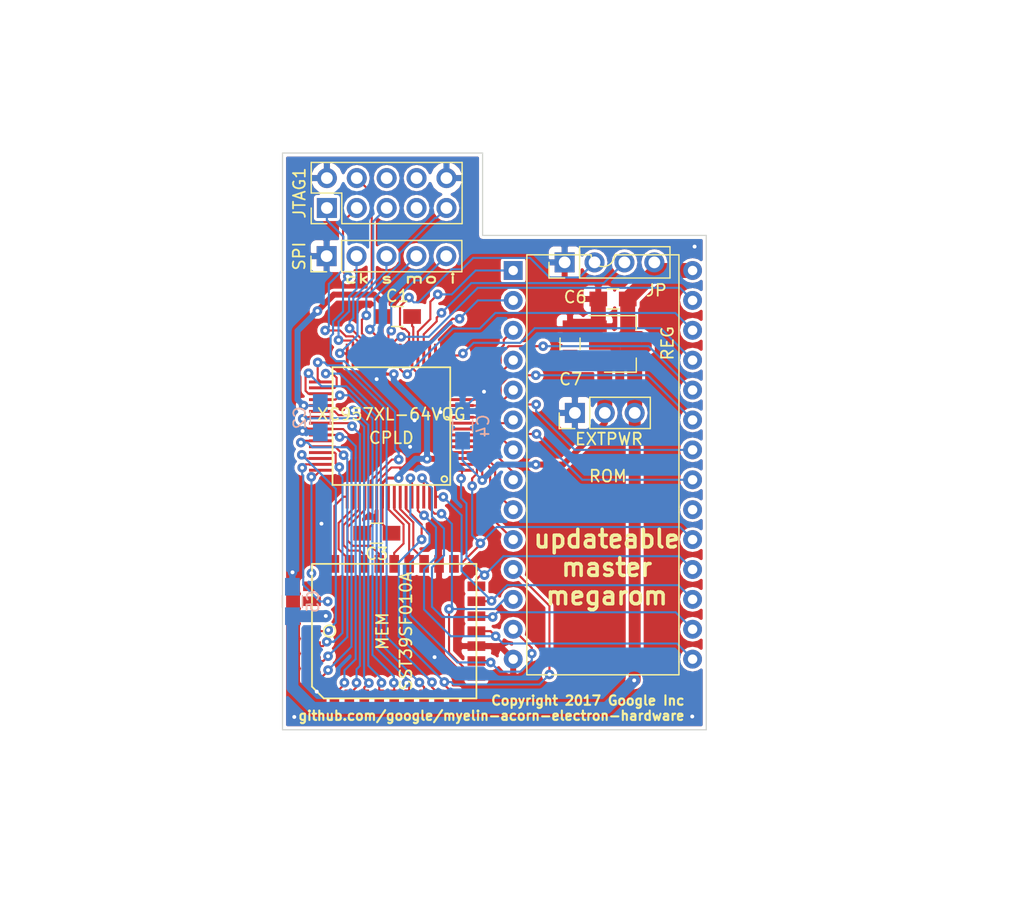
<source format=kicad_pcb>
(kicad_pcb (version 4) (host pcbnew 4.0.6)
  (layers (0 F.Cu signal) (31 B.Cu signal) (34 B.Paste user) (35 F.Paste user) (36 B.SilkS user) (37 F.SilkS user) (38 B.Mask user) (39 F.Mask user) (44 Edge.Cuts user))
  (net 0 "")
  (net 1 3V3)
  (net 2 GND)
  (net 3 5V)
  (net 4 cpld_TDI)
  (net 5 cpld_TMS)
  (net 6 cpld_TCK)
  (net 7 cpld_TDO)
  (net 8 bbc_A15)
  (net 9 D3)
  (net 10 bbc_A12)
  (net 11 D4)
  (net 12 bbc_A7)
  (net 13 D5)
  (net 14 bbc_A6)
  (net 15 D6)
  (net 16 bbc_A5)
  (net 17 D7)
  (net 18 bbc_A4)
  (net 19 bbc_A3)
  (net 20 bbc_A10)
  (net 21 bbc_A2)
  (net 22 bbc_A16)
  (net 23 bbc_A1)
  (net 24 bbc_A11)
  (net 25 bbc_A0)
  (net 26 bbc_A9)
  (net 27 D0)
  (net 28 bbc_A8)
  (net 29 D1)
  (net 30 bbc_A13)
  (net 31 D2)
  (net 32 bbc_A14)
  (net 33 flash_A7)
  (net 34 flash_A6)
  (net 35 flash_A5)
  (net 36 flash_A4)
  (net 37 flash_A3)
  (net 38 flash_A2)
  (net 39 flash_A1)
  (net 40 flash_A0)
  (net 41 flash_A10)
  (net 42 flash_nOE)
  (net 43 flash_A11)
  (net 44 flash_A9)
  (net 45 flash_A8)
  (net 46 flash_A13)
  (net 47 flash_A12)
  (net 48 flash_A17)
  (net 49 flash_nWE)
  (net 50 flash_A18)
  (net 51 flash_A16)
  (net 52 flash_A15)
  (net 53 flash_A14)
  (net 54 cpld_SCK)
  (net 55 cpld_MISO)
  (net 56 cpld_MOSI)
  (net 57 cpld_SS)
  (net 58 cpld_JP1)
  (net 59 cpld_JP2)
  (module Capacitors_SMD:C_0805_HandSoldering (layer F.Cu) (at 113.76 56.89)
    (fp_text reference C1 (at 0 -1.75) (layer F.SilkS))
    (fp_text value 100n)
    (pad 1 smd rect (at -1.25 0) (size 1.5 1.25) (layers F.Cu F.Paste F.Mask) (net 1 3V3))
    (pad 2 smd rect (at 1.25 0) (size 1.5 1.25) (layers F.Cu F.Paste F.Mask) (net 2 GND))
  )
  (module Capacitors_SMD:C_0805_HandSoldering (layer B.Cu) (at 107.21 65.49 270)
    (fp_text reference C2 (at 0 1.75 270) (layer B.SilkS) (effects (justify mirror)))
    (fp_text value 100n)
    (pad 1 smd rect (at -1.25 0 270) (size 1.5 1.25) (layers B.Cu B.Paste B.Mask) (net 1 3V3))
    (pad 2 smd rect (at 1.25 0 270) (size 1.5 1.25) (layers B.Cu B.Paste B.Mask) (net 2 GND))
  )
  (module Capacitors_SMD:C_0805_HandSoldering (layer F.Cu) (at 112.01 75.3 180)
    (fp_text reference C3 (at 0 -1.75 180) (layer F.SilkS))
    (fp_text value 100n)
    (pad 1 smd rect (at -1.25 0 180) (size 1.5 1.25) (layers F.Cu F.Paste F.Mask) (net 1 3V3))
    (pad 2 smd rect (at 1.25 0 180) (size 1.5 1.25) (layers F.Cu F.Paste F.Mask) (net 2 GND))
  )
  (module Capacitors_SMD:C_0805_HandSoldering (layer B.Cu) (at 119.3 66.18 90)
    (fp_text reference C4 (at 0 1.75 90) (layer B.SilkS) (effects (justify mirror)))
    (fp_text value 100n)
    (pad 1 smd rect (at -1.25 0 90) (size 1.5 1.25) (layers B.Cu B.Paste B.Mask) (net 1 3V3))
    (pad 2 smd rect (at 1.25 0 90) (size 1.5 1.25) (layers B.Cu B.Paste B.Mask) (net 2 GND))
  )
  (module Capacitors_SMD:C_0805_HandSoldering (layer B.Cu) (at 104.84 81.1 90)
    (fp_text reference C5 (at 0 1.75 90) (layer B.SilkS) (effects (justify mirror)))
    (fp_text value 100n)
    (pad 1 smd rect (at -1.25 0 90) (size 1.5 1.25) (layers B.Cu B.Paste B.Mask) (net 3 5V))
    (pad 2 smd rect (at 1.25 0 90) (size 1.5 1.25) (layers B.Cu B.Paste B.Mask) (net 2 GND))
  )
  (module myelin-kicad:xilinx_vqg64 (layer F.Cu) (at 113.25 66.2 180)
    (fp_text reference CPLD (at 0 -1 180) (layer F.SilkS))
    (fp_text value XC957XL-64VQG (at 0 1 180) (layer F.SilkS))
    (pad 1 smd rect (at -6 -3.75 180) (size 2 0.25) (layers F.Cu F.Paste F.Mask) (net 15 D6))
    (pad 2 smd rect (at -6 -3.25 180) (size 2 0.25) (layers F.Cu F.Paste F.Mask) (net 17 D7))
    (pad 3 smd rect (at -6 -2.75 180) (size 2 0.25) (layers F.Cu F.Paste F.Mask) (net 1 3V3))
    (pad 4 smd rect (at -6 -2.25 180) (size 2 0.25) (layers F.Cu F.Paste F.Mask) (net 25 bbc_A0))
    (pad 5 smd rect (at -6 -1.75 180) (size 2 0.25) (layers F.Cu F.Paste F.Mask) (net 23 bbc_A1))
    (pad 6 smd rect (at -6 -1.25 180) (size 2 0.25) (layers F.Cu F.Paste F.Mask) (net 21 bbc_A2))
    (pad 7 smd rect (at -6 -0.75 180) (size 2 0.25) (layers F.Cu F.Paste F.Mask) (net 19 bbc_A3))
    (pad 8 smd rect (at -6 -0.25 180) (size 2 0.25) (layers F.Cu F.Paste F.Mask) (net 20 bbc_A10))
    (pad 9 smd rect (at -6 0.25 180) (size 2 0.25) (layers F.Cu F.Paste F.Mask) (net 18 bbc_A4))
    (pad 10 smd rect (at -6 0.75 180) (size 2 0.25) (layers F.Cu F.Paste F.Mask) (net 22 bbc_A16))
    (pad 11 smd rect (at -6 1.25 180) (size 2 0.25) (layers F.Cu F.Paste F.Mask) (net 16 bbc_A5))
    (pad 12 smd rect (at -6 1.75 180) (size 2 0.25) (layers F.Cu F.Paste F.Mask) (net 24 bbc_A11))
    (pad 13 smd rect (at -6 2.25 180) (size 2 0.25) (layers F.Cu F.Paste F.Mask) (net 14 bbc_A6))
    (pad 14 smd rect (at -6 2.75 180) (size 2 0.25) (layers F.Cu F.Paste F.Mask) (net 2 GND))
    (pad 15 smd rect (at -6 3.25 180) (size 2 0.25) (layers F.Cu F.Paste F.Mask) (net 26 bbc_A9))
    (pad 16 smd rect (at -6 3.75 180) (size 2 0.25) (layers F.Cu F.Paste F.Mask) (net 12 bbc_A7))
    (pad 17 smd rect (at -3.75 6 180) (size 0.25 2) (layers F.Cu F.Paste F.Mask) (net 28 bbc_A8))
    (pad 18 smd rect (at -3.25 6 180) (size 0.25 2) (layers F.Cu F.Paste F.Mask) (net 10 bbc_A12))
    (pad 19 smd rect (at -2.75 6 180) (size 0.25 2) (layers F.Cu F.Paste F.Mask) (net 59 cpld_JP2))
    (pad 20 smd rect (at -2.25 6 180) (size 0.25 2) (layers F.Cu F.Paste F.Mask) (net 8 bbc_A15))
    (pad 21 smd rect (at -1.75 6 180) (size 0.25 2) (layers F.Cu F.Paste F.Mask) (net 2 GND))
    (pad 22 smd rect (at -1.25 6 180) (size 0.25 2) (layers F.Cu F.Paste F.Mask) (net 58 cpld_JP1))
    (pad 23 smd rect (at -0.75 6 180) (size 0.25 2) (layers F.Cu F.Paste F.Mask) (net 30 bbc_A13))
    (pad 24 smd rect (at -0.25 6 180) (size 0.25 2) (layers F.Cu F.Paste F.Mask) (net 32 bbc_A14))
    (pad 25 smd rect (at 0.25 6 180) (size 0.25 2) (layers F.Cu F.Paste F.Mask) (net 55 cpld_MISO))
    (pad 26 smd rect (at 0.75 6 180) (size 0.25 2) (layers F.Cu F.Paste F.Mask) (net 1 3V3))
    (pad 27 smd rect (at 1.25 6 180) (size 0.25 2) (layers F.Cu F.Paste F.Mask) (net 56 cpld_MOSI))
    (pad 28 smd rect (at 1.75 6 180) (size 0.25 2) (layers F.Cu F.Paste F.Mask) (net 4 cpld_TDI))
    (pad 29 smd rect (at 2.25 6 180) (size 0.25 2) (layers F.Cu F.Paste F.Mask) (net 5 cpld_TMS))
    (pad 30 smd rect (at 2.75 6 180) (size 0.25 2) (layers F.Cu F.Paste F.Mask) (net 6 cpld_TCK))
    (pad 31 smd rect (at 3.25 6 180) (size 0.25 2) (layers F.Cu F.Paste F.Mask) (net 54 cpld_SCK))
    (pad 32 smd rect (at 3.75 6 180) (size 0.25 2) (layers F.Cu F.Paste F.Mask) (net 57 cpld_SS))
    (pad 33 smd rect (at 6 3.75 180) (size 2 0.25) (layers F.Cu F.Paste F.Mask) (net 40 flash_A0))
    (pad 34 smd rect (at 6 3.25 180) (size 2 0.25) (layers F.Cu F.Paste F.Mask) (net 39 flash_A1))
    (pad 35 smd rect (at 6 2.75 180) (size 2 0.25) (layers F.Cu F.Paste F.Mask) (net 38 flash_A2))
    (pad 36 smd rect (at 6 2.25 180) (size 2 0.25) (layers F.Cu F.Paste F.Mask) (net 37 flash_A3))
    (pad 37 smd rect (at 6 1.75 180) (size 2 0.25) (layers F.Cu F.Paste F.Mask) (net 1 3V3))
    (pad 38 smd rect (at 6 1.25 180) (size 2 0.25) (layers F.Cu F.Paste F.Mask) (net 36 flash_A4))
    (pad 39 smd rect (at 6 0.75 180) (size 2 0.25) (layers F.Cu F.Paste F.Mask) (net 35 flash_A5))
    (pad 40 smd rect (at 6 0.25 180) (size 2 0.25) (layers F.Cu F.Paste F.Mask) (net 34 flash_A6))
    (pad 41 smd rect (at 6 -0.25 180) (size 2 0.25) (layers F.Cu F.Paste F.Mask) (net 2 GND))
    (pad 42 smd rect (at 6 -0.75 180) (size 2 0.25) (layers F.Cu F.Paste F.Mask) (net 33 flash_A7))
    (pad 43 smd rect (at 6 -1.25 180) (size 2 0.25) (layers F.Cu F.Paste F.Mask) (net 47 flash_A12))
    (pad 44 smd rect (at 6 -1.75 180) (size 2 0.25) (layers F.Cu F.Paste F.Mask) (net 52 flash_A15))
    (pad 45 smd rect (at 6 -2.25 180) (size 2 0.25) (layers F.Cu F.Paste F.Mask) (net 51 flash_A16))
    (pad 46 smd rect (at 6 -2.75 180) (size 2 0.25) (layers F.Cu F.Paste F.Mask) (net 50 flash_A18))
    (pad 47 smd rect (at 6 -3.25 180) (size 2 0.25) (layers F.Cu F.Paste F.Mask) (net 49 flash_nWE))
    (pad 48 smd rect (at 6 -3.75 180) (size 2 0.25) (layers F.Cu F.Paste F.Mask) (net 48 flash_A17))
    (pad 49 smd rect (at 3.75 -6 180) (size 0.25 2) (layers F.Cu F.Paste F.Mask) (net 53 flash_A14))
    (pad 50 smd rect (at 3.25 -6 180) (size 0.25 2) (layers F.Cu F.Paste F.Mask) (net 46 flash_A13))
    (pad 51 smd rect (at 2.75 -6 180) (size 0.25 2) (layers F.Cu F.Paste F.Mask) (net 45 flash_A8))
    (pad 52 smd rect (at 2.25 -6 180) (size 0.25 2) (layers F.Cu F.Paste F.Mask) (net 44 flash_A9))
    (pad 53 smd rect (at 1.75 -6 180) (size 0.25 2) (layers F.Cu F.Paste F.Mask) (net 7 cpld_TDO))
    (pad 54 smd rect (at 1.25 -6 180) (size 0.25 2) (layers F.Cu F.Paste F.Mask) (net 2 GND))
    (pad 55 smd rect (at 0.75 -6 180) (size 0.25 2) (layers F.Cu F.Paste F.Mask) (net 1 3V3))
    (pad 56 smd rect (at 0.25 -6 180) (size 0.25 2) (layers F.Cu F.Paste F.Mask) (net 43 flash_A11))
    (pad 57 smd rect (at -0.25 -6 180) (size 0.25 2) (layers F.Cu F.Paste F.Mask) (net 42 flash_nOE))
    (pad 58 smd rect (at -0.75 -6 180) (size 0.25 2) (layers F.Cu F.Paste F.Mask) (net 41 flash_A10))
    (pad 59 smd rect (at -1.25 -6 180) (size 0.25 2) (layers F.Cu F.Paste F.Mask) (net 27 D0))
    (pad 60 smd rect (at -1.75 -6 180) (size 0.25 2) (layers F.Cu F.Paste F.Mask) (net 31 D2))
    (pad 61 smd rect (at -2.25 -6 180) (size 0.25 2) (layers F.Cu F.Paste F.Mask) (net 9 D3))
    (pad 62 smd rect (at -2.75 -6 180) (size 0.25 2) (layers F.Cu F.Paste F.Mask) (net 11 D4))
    (pad 63 smd rect (at -3.25 -6 180) (size 0.25 2) (layers F.Cu F.Paste F.Mask) (net 29 D1))
    (pad 64 smd rect (at -3.75 -6 180) (size 0.25 2) (layers F.Cu F.Paste F.Mask) (net 13 D5))
  )
  (module Pin_Headers:Pin_Header_Straight_2x05_Pitch2.54mm (layer F.Cu) (at 107.77 47.67 90)
    (fp_text reference JTAG1 (at 1.27 -2.33 90) (layer F.SilkS))
    (fp_text value jtag)
    (pad 1 thru_hole rect (at 0 0 90) (size 1.7 1.7) (drill 1) (layers *.Cu *.Mask) (net 6 cpld_TCK))
    (pad 2 thru_hole oval (at 2.54 0 90) (size 1.7 1.7) (drill 1) (layers *.Cu *.Mask) (net 2 GND))
    (pad 3 thru_hole oval (at 0 2.54 90) (size 1.7 1.7) (drill 1) (layers *.Cu *.Mask) (net 7 cpld_TDO))
    (pad 4 thru_hole oval (at 2.54 2.54 90) (size 1.7 1.7) (drill 1) (layers *.Cu *.Mask) (net 1 3V3))
    (pad 5 thru_hole oval (at 0 5.08 90) (size 1.7 1.7) (drill 1) (layers *.Cu *.Mask) (net 5 cpld_TMS))
    (pad 6 thru_hole oval (at 2.54 5.08 90) (size 1.7 1.7) (drill 1) (layers *.Cu *.Mask))
    (pad 7 thru_hole oval (at 0 7.62 90) (size 1.7 1.7) (drill 1) (layers *.Cu *.Mask))
    (pad 8 thru_hole oval (at 2.54 7.62 90) (size 1.7 1.7) (drill 1) (layers *.Cu *.Mask))
    (pad 9 thru_hole oval (at 0 10.16 90) (size 1.7 1.7) (drill 1) (layers *.Cu *.Mask) (net 4 cpld_TDI))
    (pad 10 thru_hole oval (at 2.54 10.16 90) (size 1.7 1.7) (drill 1) (layers *.Cu *.Mask) (net 2 GND))
  )
  (module Housings_DIP:DIP-28_W15.24mm (layer F.Cu) (at 123.6 52.98)
    (fp_text reference ROM (at 8.04 17.47) (layer F.SilkS))
    (fp_text value "MOS ROM")
    (pad 1 thru_hole rect (at 0 0) (size 1.6 1.6) (drill 0.8) (layers *.Cu *.Mask) (net 8 bbc_A15))
    (pad 15 thru_hole oval (at 15.24 33.02) (size 1.6 1.6) (drill 0.8) (layers *.Cu *.Mask) (net 9 D3))
    (pad 2 thru_hole oval (at 0 2.54) (size 1.6 1.6) (drill 0.8) (layers *.Cu *.Mask) (net 10 bbc_A12))
    (pad 16 thru_hole oval (at 15.24 30.48) (size 1.6 1.6) (drill 0.8) (layers *.Cu *.Mask) (net 11 D4))
    (pad 3 thru_hole oval (at 0 5.08) (size 1.6 1.6) (drill 0.8) (layers *.Cu *.Mask) (net 12 bbc_A7))
    (pad 17 thru_hole oval (at 15.24 27.94) (size 1.6 1.6) (drill 0.8) (layers *.Cu *.Mask) (net 13 D5))
    (pad 4 thru_hole oval (at 0 7.62) (size 1.6 1.6) (drill 0.8) (layers *.Cu *.Mask) (net 14 bbc_A6))
    (pad 18 thru_hole oval (at 15.24 25.4) (size 1.6 1.6) (drill 0.8) (layers *.Cu *.Mask) (net 15 D6))
    (pad 5 thru_hole oval (at 0 10.16) (size 1.6 1.6) (drill 0.8) (layers *.Cu *.Mask) (net 16 bbc_A5))
    (pad 19 thru_hole oval (at 15.24 22.86) (size 1.6 1.6) (drill 0.8) (layers *.Cu *.Mask) (net 17 D7))
    (pad 6 thru_hole oval (at 0 12.7) (size 1.6 1.6) (drill 0.8) (layers *.Cu *.Mask) (net 18 bbc_A4))
    (pad 20 thru_hole oval (at 15.24 20.32) (size 1.6 1.6) (drill 0.8) (layers *.Cu *.Mask))
    (pad 7 thru_hole oval (at 0 15.24) (size 1.6 1.6) (drill 0.8) (layers *.Cu *.Mask) (net 19 bbc_A3))
    (pad 21 thru_hole oval (at 15.24 17.78) (size 1.6 1.6) (drill 0.8) (layers *.Cu *.Mask) (net 20 bbc_A10))
    (pad 8 thru_hole oval (at 0 17.78) (size 1.6 1.6) (drill 0.8) (layers *.Cu *.Mask) (net 21 bbc_A2))
    (pad 22 thru_hole oval (at 15.24 15.24) (size 1.6 1.6) (drill 0.8) (layers *.Cu *.Mask) (net 22 bbc_A16))
    (pad 9 thru_hole oval (at 0 20.32) (size 1.6 1.6) (drill 0.8) (layers *.Cu *.Mask) (net 23 bbc_A1))
    (pad 23 thru_hole oval (at 15.24 12.7) (size 1.6 1.6) (drill 0.8) (layers *.Cu *.Mask) (net 24 bbc_A11))
    (pad 10 thru_hole oval (at 0 22.86) (size 1.6 1.6) (drill 0.8) (layers *.Cu *.Mask) (net 25 bbc_A0))
    (pad 24 thru_hole oval (at 15.24 10.16) (size 1.6 1.6) (drill 0.8) (layers *.Cu *.Mask) (net 26 bbc_A9))
    (pad 11 thru_hole oval (at 0 25.4) (size 1.6 1.6) (drill 0.8) (layers *.Cu *.Mask) (net 27 D0))
    (pad 25 thru_hole oval (at 15.24 7.62) (size 1.6 1.6) (drill 0.8) (layers *.Cu *.Mask) (net 28 bbc_A8))
    (pad 12 thru_hole oval (at 0 27.94) (size 1.6 1.6) (drill 0.8) (layers *.Cu *.Mask) (net 29 D1))
    (pad 26 thru_hole oval (at 15.24 5.08) (size 1.6 1.6) (drill 0.8) (layers *.Cu *.Mask) (net 30 bbc_A13))
    (pad 13 thru_hole oval (at 0 30.48) (size 1.6 1.6) (drill 0.8) (layers *.Cu *.Mask) (net 31 D2))
    (pad 27 thru_hole oval (at 15.24 2.54) (size 1.6 1.6) (drill 0.8) (layers *.Cu *.Mask) (net 32 bbc_A14))
    (pad 14 thru_hole oval (at 0 33.02) (size 1.6 1.6) (drill 0.8) (layers *.Cu *.Mask) (net 2 GND))
    (pad 28 thru_hole oval (at 15.24 0) (size 1.6 1.6) (drill 0.8) (layers *.Cu *.Mask) (net 3 5V))
  )
  (module myelin-kicad:sst_plcc32_nh (layer F.Cu) (at 113.49 83.62 90)
    (fp_text reference MEM (at 0 -1 90) (layer F.SilkS))
    (fp_text value SST39SF010A (at 0 1 90) (layer F.SilkS))
    (pad 5 smd rect (at -5.715 -5.08 90) (size 1.508 0.8128) (layers F.Cu F.Paste F.Mask) (net 33 flash_A7))
    (pad 6 smd rect (at -5.715 -3.81 90) (size 1.508 0.8128) (layers F.Cu F.Paste F.Mask) (net 34 flash_A6))
    (pad 7 smd rect (at -5.715 -2.54 90) (size 1.508 0.8128) (layers F.Cu F.Paste F.Mask) (net 35 flash_A5))
    (pad 8 smd rect (at -5.715 -1.27 90) (size 1.508 0.8128) (layers F.Cu F.Paste F.Mask) (net 36 flash_A4))
    (pad 9 smd rect (at -5.715 0 90) (size 1.508 0.8128) (layers F.Cu F.Paste F.Mask) (net 37 flash_A3))
    (pad 10 smd rect (at -5.715 1.27 90) (size 1.508 0.8128) (layers F.Cu F.Paste F.Mask) (net 38 flash_A2))
    (pad 11 smd rect (at -5.715 2.54 90) (size 1.508 0.8128) (layers F.Cu F.Paste F.Mask) (net 39 flash_A1))
    (pad 12 smd rect (at -5.715 3.81 90) (size 1.508 0.8128) (layers F.Cu F.Paste F.Mask) (net 40 flash_A0))
    (pad 13 smd rect (at -5.715 5.08 90) (size 1.508 0.8128) (layers F.Cu F.Paste F.Mask) (net 27 D0))
    (pad 14 smd rect (at -3.81 6.985 90) (size 0.8128 1.508) (layers F.Cu F.Paste F.Mask) (net 29 D1))
    (pad 15 smd rect (at -2.54 6.985 90) (size 0.8128 1.508) (layers F.Cu F.Paste F.Mask) (net 31 D2))
    (pad 16 smd rect (at -1.27 6.985 90) (size 0.8128 1.508) (layers F.Cu F.Paste F.Mask) (net 2 GND))
    (pad 17 smd rect (at 0 6.985 90) (size 0.8128 1.508) (layers F.Cu F.Paste F.Mask) (net 9 D3))
    (pad 18 smd rect (at 1.27 6.985 90) (size 0.8128 1.508) (layers F.Cu F.Paste F.Mask) (net 11 D4))
    (pad 19 smd rect (at 2.54 6.985 90) (size 0.8128 1.508) (layers F.Cu F.Paste F.Mask) (net 13 D5))
    (pad 20 smd rect (at 3.81 6.985 90) (size 0.8128 1.508) (layers F.Cu F.Paste F.Mask) (net 15 D6))
    (pad 21 smd rect (at 5.715 5.08 90) (size 1.508 0.8128) (layers F.Cu F.Paste F.Mask) (net 17 D7))
    (pad 22 smd rect (at 5.715 3.81 90) (size 1.508 0.8128) (layers F.Cu F.Paste F.Mask) (net 2 GND))
    (pad 23 smd rect (at 5.715 2.54 90) (size 1.508 0.8128) (layers F.Cu F.Paste F.Mask) (net 41 flash_A10))
    (pad 24 smd rect (at 5.715 1.27 90) (size 1.508 0.8128) (layers F.Cu F.Paste F.Mask) (net 42 flash_nOE))
    (pad 25 smd rect (at 5.715 0 90) (size 1.508 0.8128) (layers F.Cu F.Paste F.Mask) (net 43 flash_A11))
    (pad 26 smd rect (at 5.715 -1.27 90) (size 1.508 0.8128) (layers F.Cu F.Paste F.Mask) (net 44 flash_A9))
    (pad 27 smd rect (at 5.715 -2.54 90) (size 1.508 0.8128) (layers F.Cu F.Paste F.Mask) (net 45 flash_A8))
    (pad 28 smd rect (at 5.715 -3.81 90) (size 1.508 0.8128) (layers F.Cu F.Paste F.Mask) (net 46 flash_A13))
    (pad 29 smd rect (at 5.715 -5.08 90) (size 1.508 0.8128) (layers F.Cu F.Paste F.Mask) (net 53 flash_A14))
    (pad 30 smd rect (at 3.81 -6.985 90) (size 0.8128 1.508) (layers F.Cu F.Paste F.Mask) (net 48 flash_A17))
    (pad 31 smd rect (at 2.54 -6.985 90) (size 0.8128 1.508) (layers F.Cu F.Paste F.Mask) (net 49 flash_nWE))
    (pad 32 smd rect (at 1.27 -6.985 90) (size 0.8128 1.508) (layers F.Cu F.Paste F.Mask) (net 3 5V))
    (pad 1 smd rect (at 0 -6.985 90) (size 0.8128 1.508) (layers F.Cu F.Paste F.Mask) (net 50 flash_A18))
    (pad 2 smd rect (at -1.27 -6.985 90) (size 0.8128 1.508) (layers F.Cu F.Paste F.Mask) (net 51 flash_A16))
    (pad 3 smd rect (at -2.54 -6.985 90) (size 0.8128 1.508) (layers F.Cu F.Paste F.Mask) (net 52 flash_A15))
    (pad 4 smd rect (at -3.81 -6.985 90) (size 0.8128 1.508) (layers F.Cu F.Paste F.Mask) (net 47 flash_A12))
  )
  (module Capacitors_SMD:C_0805_HandSoldering (layer F.Cu) (at 132.08 55.4)
    (fp_text reference C6 (at -3.21 -0.16) (layer F.SilkS))
    (fp_text value 1u)
    (pad 1 smd rect (at -1.25 0) (size 1.5 1.25) (layers F.Cu F.Paste F.Mask) (net 2 GND))
    (pad 2 smd rect (at 1.25 0) (size 1.5 1.25) (layers F.Cu F.Paste F.Mask) (net 3 5V))
  )
  (module Capacitors_SMD:C_0805_HandSoldering (layer F.Cu) (at 128.43 59.22 90)
    (fp_text reference C7 (at -3 0.06 180) (layer F.SilkS))
    (fp_text value 1u)
    (pad 1 smd rect (at -1.25 0 90) (size 1.5 1.25) (layers F.Cu F.Paste F.Mask) (net 1 3V3))
    (pad 2 smd rect (at 1.25 0 90) (size 1.5 1.25) (layers F.Cu F.Paste F.Mask) (net 2 GND))
  )
  (module Pin_Headers:Pin_Header_Straight_1x03_Pitch2.54mm (layer F.Cu) (at 128.84 65.08 90)
    (fp_text reference EXTPWR (at -2.22 2.9 180) (layer F.SilkS))
    (fp_text value "ext pwr")
    (pad 1 thru_hole rect (at 0 0 90) (size 1.7 1.7) (drill 1) (layers *.Cu *.Mask) (net 2 GND))
    (pad 2 thru_hole oval (at 0 2.54 90) (size 1.7 1.7) (drill 1) (layers *.Cu *.Mask) (net 1 3V3))
    (pad 3 thru_hole oval (at 0 5.08 90) (size 1.7 1.7) (drill 1) (layers *.Cu *.Mask) (net 3 5V))
  )
  (module TO_SOT_Packages_SMD:SOT-89-3 (layer F.Cu) (at 132.2765 59.22)
    (fp_text reference REG (at 4.4335 -0.06 90) (layer F.SilkS))
    (fp_text value MCP1700T-3302E/MB)
    (pad 2 smd trapezoid (at 2.667 0 270) (size 1.6 0.85) (rect_delta 0 0.6) (layers F.Cu F.Paste F.Mask) (net 3 5V))
    (pad 1 smd rect (at -1.48 -1.5 270) (size 1 1.5) (layers F.Cu F.Paste F.Mask) (net 2 GND))
    (pad 2 smd rect (at -1.3335 0 270) (size 1 1.8) (layers F.Cu F.Paste F.Mask) (net 3 5V))
    (pad 3 smd rect (at -1.48 1.5 270) (size 1 1.5) (layers F.Cu F.Paste F.Mask) (net 1 3V3))
    (pad 2 smd rect (at 1.3335 0 270) (size 2.2 1.84) (layers F.Cu F.Paste F.Mask) (net 3 5V))
    (pad 2 smd trapezoid (at -0.0762 0 90) (size 1.5 1) (rect_delta 0 0.7) (layers F.Cu F.Paste F.Mask) (net 3 5V))
  )
  (module Pin_Headers:Pin_Header_Straight_1x04_Pitch2.54mm (layer F.Cu) (at 127.97 52.29 90)
    (fp_text reference JP (at -2.38 7.79 180) (layer F.SilkS))
    (fp_text value jumpers)
    (pad 1 thru_hole rect (at 0 0 90) (size 1.7 1.7) (drill 1) (layers *.Cu *.Mask) (net 2 GND))
    (pad 2 thru_hole oval (at 0 2.54 90) (size 1.7 1.7) (drill 1) (layers *.Cu *.Mask) (net 58 cpld_JP1))
    (pad 3 thru_hole oval (at 0 5.08 90) (size 1.7 1.7) (drill 1) (layers *.Cu *.Mask) (net 59 cpld_JP2))
    (pad 4 thru_hole oval (at 0 7.62 90) (size 1.7 1.7) (drill 1) (layers *.Cu *.Mask) (net 3 5V))
  )
  (module Pin_Headers:Pin_Header_Straight_1x05_Pitch2.54mm (layer F.Cu) (at 107.75 51.76 90)
    (fp_text reference SPI (at 0 -2.33 90) (layer F.SilkS))
    (fp_text value spi)
    (pad 1 thru_hole rect (at 0 0 90) (size 1.7 1.7) (drill 1) (layers *.Cu *.Mask) (net 2 GND))
    (pad 2 thru_hole oval (at 0 2.54 90) (size 1.7 1.7) (drill 1) (layers *.Cu *.Mask) (net 54 cpld_SCK))
    (pad 3 thru_hole oval (at 0 5.08 90) (size 1.7 1.7) (drill 1) (layers *.Cu *.Mask) (net 57 cpld_SS))
    (pad 4 thru_hole oval (at 0 7.62 90) (size 1.7 1.7) (drill 1) (layers *.Cu *.Mask) (net 56 cpld_MOSI))
    (pad 5 thru_hole oval (at 0 10.16 90) (size 1.7 1.7) (drill 1) (layers *.Cu *.Mask) (net 55 cpld_MISO))
  )
  (module myelin-kicad:via_single (layer F.Cu) (at 138.81 90.87)
    (fp_text reference staple_single1 hide)
    (fp_text value "" hide)
    (pad 1 thru_hole circle (at 0 0) (size 0.8128 0.8128) (drill 0.3302) (layers *.Cu) (net 2 GND))
  )
  (module myelin-kicad:via_single (layer F.Cu) (at 105 90.91)
    (fp_text reference staple_single2 hide)
    (fp_text value "" hide)
    (pad 1 thru_hole circle (at 0 0) (size 0.8128 0.8128) (drill 0.3302) (layers *.Cu) (net 2 GND))
  )
  (module myelin-kicad:via_single (layer F.Cu) (at 106.91 88.76)
    (fp_text reference staple_single3 hide)
    (fp_text value "" hide)
    (pad 1 thru_hole circle (at 0 0) (size 0.8128 0.8128) (drill 0.3302) (layers *.Cu) (net 2 GND))
  )
  (module myelin-kicad:via_single (layer F.Cu) (at 139.01 50.95)
    (fp_text reference staple_single4 hide)
    (fp_text value "" hide)
    (pad 1 thru_hole circle (at 0 0) (size 0.8128 0.8128) (drill 0.3302) (layers *.Cu) (net 2 GND))
  )
  (module myelin-kicad:via_single (layer F.Cu) (at 117.42 65.01)
    (fp_text reference staple_single5 hide)
    (fp_text value "" hide)
    (pad 1 thru_hole circle (at 0 0) (size 0.8128 0.8128) (drill 0.3302) (layers *.Cu) (net 2 GND))
  )
  (module myelin-kicad:via_single (layer F.Cu) (at 115.22 65.71)
    (fp_text reference staple_single6 hide)
    (fp_text value "" hide)
    (pad 1 thru_hole circle (at 0 0) (size 0.8128 0.8128) (drill 0.3302) (layers *.Cu) (net 2 GND))
  )
  (module myelin-kicad:via_single (layer F.Cu) (at 114.84 67.96)
    (fp_text reference staple_single7 hide)
    (fp_text value "" hide)
    (pad 1 thru_hole circle (at 0 0) (size 0.8128 0.8128) (drill 0.3302) (layers *.Cu) (net 2 GND))
  )
  (module myelin-kicad:via_single (layer F.Cu) (at 112 62.21)
    (fp_text reference staple_single8 hide)
    (fp_text value "" hide)
    (pad 1 thru_hole circle (at 0 0) (size 0.8128 0.8128) (drill 0.3302) (layers *.Cu) (net 2 GND))
  )
  (module myelin-kicad:via_single (layer F.Cu) (at 116.92 85.83)
    (fp_text reference staple_single9 hide)
    (fp_text value "" hide)
    (pad 1 thru_hole circle (at 0 0) (size 0.8128 0.8128) (drill 0.3302) (layers *.Cu) (net 2 GND))
  )
  (module myelin-kicad:via_single (layer F.Cu) (at 107.31 74.49)
    (fp_text reference staple_single10 hide)
    (fp_text value "" hide)
    (pad 1 thru_hole circle (at 0 0) (size 0.8128 0.8128) (drill 0.3302) (layers *.Cu) (net 2 GND))
  )
  (gr_text "ck s mo i" (at 114.02 53.68) (layer F.SilkS) (effects (font (size 0.762 1.27) (thickness 0.1778))))
  (gr_text "Copyright 2017 Google Inc\ngithub.com/google/myelin-acorn-electron-hardware" (at 138.25 90.16) (layer F.SilkS) (effects (font (size 0.8 0.8) (thickness 0.1778)) (justify right)))
  (gr_text "updateable\nmaster\nmegarom" (at 131.55 78.2) (layer F.SilkS) (effects (font (size 1.5 1.5) (thickness 0.3))))
  (gr_line (start 121 43) (end 104 43) (layer Edge.Cuts) (width 0.1))
  (gr_line (start 121 50) (end 121 43) (layer Edge.Cuts) (width 0.1))
  (gr_line (start 140 50) (end 140 92) (layer Edge.Cuts) (width 0.1))
  (gr_line (start 121 50) (end 140 50) (layer Edge.Cuts) (width 0.1))
  (gr_line (start 104 92) (end 104 43) (layer Edge.Cuts) (width 0.1))
  (gr_line (start 140 92) (end 104 92) (layer Edge.Cuts) (width 0.1))
  (segment (start 111.783 55.03) (end 108.36 55.03) (width 0.508) (layer F.Cu) (net 1))
  (segment (start 107.376399 56.013601) (end 106.97 56.42) (width 0.508) (layer F.Cu) (net 1))
  (segment (start 105.28 58.11) (end 106.563601 56.826399) (width 0.508) (layer B.Cu) (net 1))
  (segment (start 105.795331 64.458165) (end 105.28 63.942834) (width 0.508) (layer B.Cu) (net 1))
  (segment (start 108.36 55.03) (end 107.376399 56.013601) (width 0.508) (layer F.Cu) (net 1))
  (segment (start 105.28 63.942834) (end 105.28 58.11) (width 0.508) (layer B.Cu) (net 1))
  (segment (start 106.563601 56.826399) (end 106.97 56.42) (width 0.508) (layer B.Cu) (net 1))
  (via (at 106.97 56.42) (size 0.8128) (drill 0.3302) (layers F.Cu B.Cu) (net 1))
  (segment (start 116.854736 68.980002) (end 116.28 68.980002) (width 0.508) (layer F.Cu) (net 1))
  (segment (start 117.609998 68.980002) (end 116.854736 68.980002) (width 0.508) (layer F.Cu) (net 1))
  (segment (start 117.64 68.95) (end 117.609998 68.980002) (width 0.508) (layer F.Cu) (net 1))
  (segment (start 116.28 68.405266) (end 116.28 68.980002) (width 0.508) (layer B.Cu) (net 1))
  (segment (start 116.28 65.178949) (end 116.28 68.405266) (width 0.508) (layer B.Cu) (net 1))
  (segment (start 113.873107 70.402157) (end 115.295262 68.980002) (width 0.508) (layer B.Cu) (net 1))
  (segment (start 113.873107 70.615792) (end 113.873107 70.402157) (width 0.508) (layer B.Cu) (net 1))
  (segment (start 115.295262 68.980002) (end 115.705264 68.980002) (width 0.508) (layer B.Cu) (net 1))
  (segment (start 113.459999 62.358948) (end 116.28 65.178949) (width 0.508) (layer B.Cu) (net 1))
  (segment (start 113.459999 61.784212) (end 113.459999 62.358948) (width 0.508) (layer B.Cu) (net 1))
  (segment (start 115.705264 68.980002) (end 116.28 68.980002) (width 0.508) (layer B.Cu) (net 1))
  (via (at 116.28 68.980002) (size 0.8128) (drill 0.3302) (layers F.Cu B.Cu) (net 1))
  (segment (start 112.51 56.89) (end 112.51 60.19) (width 0.1778) (layer F.Cu) (net 1))
  (segment (start 112.51 60.19) (end 112.5 60.2) (width 0.1778) (layer F.Cu) (net 1))
  (segment (start 110.31 45.13) (end 111.58 46.4) (width 0.1778) (layer F.Cu) (net 1))
  (segment (start 111.58 46.4) (end 111.58 54.827) (width 0.1778) (layer F.Cu) (net 1))
  (segment (start 111.58 54.827) (end 111.783 55.03) (width 0.1778) (layer F.Cu) (net 1))
  (segment (start 112.51 56.89) (end 112.51 55.757) (width 0.508) (layer F.Cu) (net 1))
  (segment (start 112.51 55.757) (end 111.783 55.03) (width 0.508) (layer F.Cu) (net 1))
  (via (at 120.969175 70.79373) (size 0.8128) (drill 0.3302) (layers F.Cu B.Cu) (net 1))
  (segment (start 119.3 69.124555) (end 120.562776 70.387331) (width 0.1778) (layer B.Cu) (net 1))
  (segment (start 121.375574 70.387331) (end 120.969175 70.79373) (width 0.508) (layer B.Cu) (net 1))
  (segment (start 122.292903 69.470002) (end 121.375574 70.387331) (width 0.508) (layer B.Cu) (net 1))
  (segment (start 125.52 69.470002) (end 122.292903 69.470002) (width 0.508) (layer B.Cu) (net 1))
  (segment (start 119.25 68.95) (end 120.346338 68.95) (width 0.1778) (layer F.Cu) (net 1))
  (segment (start 120.969175 70.218994) (end 120.969175 70.79373) (width 0.1778) (layer F.Cu) (net 1))
  (segment (start 120.562776 70.387331) (end 120.969175 70.79373) (width 0.1778) (layer B.Cu) (net 1))
  (segment (start 119.3 67.43) (end 119.3 69.124555) (width 0.1778) (layer B.Cu) (net 1))
  (segment (start 120.346338 68.95) (end 120.969175 69.572837) (width 0.1778) (layer F.Cu) (net 1))
  (segment (start 120.969175 69.572837) (end 120.969175 70.218994) (width 0.1778) (layer F.Cu) (net 1))
  (segment (start 112.5 72.2) (end 112.5 71.026358) (width 0.254) (layer F.Cu) (net 1))
  (via (at 113.873107 70.615792) (size 0.8128) (drill 0.3302) (layers F.Cu B.Cu) (net 1))
  (segment (start 112.910566 70.615792) (end 113.298371 70.615792) (width 0.254) (layer F.Cu) (net 1))
  (segment (start 112.5 71.026358) (end 112.910566 70.615792) (width 0.254) (layer F.Cu) (net 1))
  (segment (start 113.298371 70.615792) (end 113.873107 70.615792) (width 0.254) (layer F.Cu) (net 1))
  (segment (start 112.830212 61.784212) (end 112.885263 61.784212) (width 0.254) (layer F.Cu) (net 1))
  (segment (start 112.5 61.454) (end 112.830212 61.784212) (width 0.254) (layer F.Cu) (net 1))
  (segment (start 112.5 60.2) (end 112.5 61.454) (width 0.254) (layer F.Cu) (net 1))
  (via (at 113.459999 61.784212) (size 0.8128) (drill 0.3302) (layers F.Cu B.Cu) (net 1))
  (segment (start 112.885263 61.784212) (end 113.459999 61.784212) (width 0.254) (layer F.Cu) (net 1))
  (segment (start 112.5 72.2) (end 112.5 74.54) (width 0.1778) (layer F.Cu) (net 1))
  (segment (start 112.5 74.54) (end 113.26 75.3) (width 0.1778) (layer F.Cu) (net 1))
  (segment (start 131.38 65.08) (end 131.38 65.94) (width 0.508) (layer F.Cu) (net 1))
  (segment (start 131.38 65.94) (end 127.849998 69.470002) (width 0.508) (layer F.Cu) (net 1))
  (segment (start 127.849998 69.470002) (end 126.094736 69.470002) (width 0.508) (layer F.Cu) (net 1))
  (segment (start 126.094736 69.470002) (end 125.52 69.470002) (width 0.508) (layer F.Cu) (net 1))
  (via (at 125.52 69.470002) (size 0.8128) (drill 0.3302) (layers F.Cu B.Cu) (net 1))
  (segment (start 119.25 68.95) (end 117.64 68.95) (width 0.254) (layer F.Cu) (net 1))
  (segment (start 105.795331 64.458165) (end 106.991835 64.458165) (width 0.1778) (layer B.Cu) (net 1))
  (segment (start 106.991835 64.458165) (end 107.21 64.24) (width 0.1778) (layer B.Cu) (net 1))
  (segment (start 107.25 64.45) (end 105.803496 64.45) (width 0.1778) (layer F.Cu) (net 1))
  (segment (start 105.803496 64.45) (end 105.795331 64.458165) (width 0.1778) (layer F.Cu) (net 1))
  (via (at 105.795331 64.458165) (size 0.8128) (drill 0.3302) (layers F.Cu B.Cu) (net 1))
  (segment (start 113.365 75.25) (end 113.49 75.25) (width 0.1778) (layer F.Cu) (net 1))
  (segment (start 131.38 65.08) (end 131.38 61.3035) (width 1.27) (layer F.Cu) (net 1))
  (segment (start 131.38 61.3035) (end 130.7965 60.72) (width 1.27) (layer F.Cu) (net 1))
  (segment (start 128.43 60.47) (end 128.68 60.72) (width 1.27) (layer F.Cu) (net 1))
  (segment (start 128.68 60.72) (end 130.7965 60.72) (width 1.27) (layer F.Cu) (net 1))
  (segment (start 109.153931 66.45) (end 108.4278 66.45) (width 0.1778) (layer F.Cu) (net 2))
  (segment (start 108.4278 66.45) (end 107.25 66.45) (width 0.1778) (layer F.Cu) (net 2))
  (segment (start 110.31 68.3322) (end 110.31 67.606069) (width 0.1778) (layer F.Cu) (net 2))
  (segment (start 110.31 67.606069) (end 109.153931 66.45) (width 0.1778) (layer F.Cu) (net 2))
  (segment (start 115.110823 59.086176) (end 115 59.196999) (width 0.1778) (layer F.Cu) (net 2))
  (segment (start 115 59.196999) (end 115 60.2) (width 0.1778) (layer F.Cu) (net 2))
  (segment (start 115.01 56.89) (end 115.01 57.6928) (width 0.1778) (layer F.Cu) (net 2))
  (segment (start 115.110823 57.793623) (end 115.110823 59.086176) (width 0.1778) (layer F.Cu) (net 2))
  (segment (start 115.01 57.6928) (end 115.110823 57.793623) (width 0.1778) (layer F.Cu) (net 2))
  (segment (start 120.94689 63.45) (end 121.12 63.27689) (width 0.1778) (layer F.Cu) (net 2))
  (segment (start 119.25 63.45) (end 120.94689 63.45) (width 0.1778) (layer F.Cu) (net 2))
  (segment (start 120.82811 63.27689) (end 121.12 63.27689) (width 0.1778) (layer B.Cu) (net 2))
  (via (at 121.12 63.27689) (size 0.8128) (drill 0.3302) (layers F.Cu B.Cu) (net 2))
  (segment (start 119.3 64.805) (end 120.82811 63.27689) (width 0.1778) (layer B.Cu) (net 2))
  (segment (start 119.3 64.93) (end 119.3 64.805) (width 0.1778) (layer B.Cu) (net 2))
  (segment (start 113.254698 69.714869) (end 114.1962 69.714869) (width 0.1778) (layer F.Cu) (net 2))
  (segment (start 114.1962 69.714869) (end 114.546212 69.364857) (width 0.1778) (layer F.Cu) (net 2))
  (segment (start 112 72.2) (end 112 70.969567) (width 0.1778) (layer F.Cu) (net 2))
  (segment (start 112 70.969567) (end 113.254698 69.714869) (width 0.1778) (layer F.Cu) (net 2))
  (segment (start 114.135471 68.3322) (end 110.31 68.3322) (width 0.1778) (layer F.Cu) (net 2))
  (segment (start 114.546212 68.742941) (end 114.135471 68.3322) (width 0.1778) (layer F.Cu) (net 2))
  (segment (start 114.546212 69.364857) (end 114.546212 68.742941) (width 0.1778) (layer F.Cu) (net 2))
  (segment (start 116.27 63.494642) (end 116.27 62.6478) (width 0.1778) (layer F.Cu) (net 2))
  (segment (start 110.31 68.3322) (end 111.432442 68.3322) (width 0.1778) (layer F.Cu) (net 2))
  (segment (start 111.432442 68.3322) (end 116.27 63.494642) (width 0.1778) (layer F.Cu) (net 2))
  (segment (start 107.21 66.74) (end 105.826981 66.74) (width 0.1778) (layer B.Cu) (net 2))
  (segment (start 105.826981 66.74) (end 105.704045 66.617064) (width 0.1778) (layer B.Cu) (net 2))
  (segment (start 107.25 66.45) (end 105.871109 66.45) (width 0.1778) (layer F.Cu) (net 2))
  (segment (start 105.871109 66.45) (end 105.704045 66.617064) (width 0.1778) (layer F.Cu) (net 2))
  (via (at 105.704045 66.617064) (size 0.8128) (drill 0.3302) (layers F.Cu B.Cu) (net 2))
  (segment (start 115 61.233808) (end 116.27 62.503808) (width 0.1778) (layer F.Cu) (net 2))
  (segment (start 115 60.2) (end 115 61.233808) (width 0.1778) (layer F.Cu) (net 2))
  (segment (start 116.27 62.503808) (end 116.27 62.6478) (width 0.1778) (layer F.Cu) (net 2))
  (segment (start 120.475 84.89) (end 122.49 84.89) (width 0.508) (layer F.Cu) (net 2))
  (segment (start 122.49 84.89) (end 123.6 86) (width 0.508) (layer F.Cu) (net 2))
  (segment (start 116.27 62.6478) (end 117.0722 63.45) (width 0.1778) (layer F.Cu) (net 2))
  (segment (start 117.0722 63.45) (end 118.0722 63.45) (width 0.1778) (layer F.Cu) (net 2))
  (segment (start 118.0722 63.45) (end 119.25 63.45) (width 0.1778) (layer F.Cu) (net 2))
  (segment (start 112 72.2) (end 112 74.185) (width 0.1778) (layer F.Cu) (net 2))
  (segment (start 112 74.185) (end 110.885 75.3) (width 0.1778) (layer F.Cu) (net 2))
  (segment (start 110.885 75.3) (end 110.76 75.3) (width 0.1778) (layer F.Cu) (net 2))
  (segment (start 111.115 75.25) (end 110.99 75.25) (width 0.1778) (layer F.Cu) (net 2))
  (segment (start 104.84 79.85) (end 104.84 78.63) (width 0.508) (layer B.Cu) (net 2))
  (segment (start 104.84 78.63) (end 104.85 78.62) (width 0.508) (layer B.Cu) (net 2))
  (via (at 104.85 78.62) (size 0.8128) (drill 0.3302) (layers F.Cu B.Cu) (net 2))
  (segment (start 130.7965 57.72) (end 128.68 57.72) (width 1.27) (layer F.Cu) (net 2))
  (segment (start 128.68 57.72) (end 128.43 57.97) (width 1.27) (layer F.Cu) (net 2))
  (segment (start 130.83 55.4) (end 130.83 57.6865) (width 1.27) (layer F.Cu) (net 2))
  (segment (start 130.83 57.6865) (end 130.7965 57.72) (width 1.27) (layer F.Cu) (net 2))
  (segment (start 135.59 52.29) (end 135.59 52.82) (width 0.1778) (layer F.Cu) (net 3))
  (segment (start 135.59 52.82) (end 135.75 52.98) (width 0.1778) (layer F.Cu) (net 3))
  (segment (start 104.84 82.35) (end 104.84 88.41) (width 1.016) (layer B.Cu) (net 3))
  (segment (start 104.84 88.41) (end 106.57 90.14) (width 1.016) (layer B.Cu) (net 3))
  (segment (start 106.57 90.14) (end 131.54 90.14) (width 1.016) (layer B.Cu) (net 3))
  (segment (start 131.54 90.14) (end 133.473601 88.206399) (width 1.016) (layer B.Cu) (net 3))
  (segment (start 133.473601 88.206399) (end 133.88 87.8) (width 1.016) (layer B.Cu) (net 3))
  (segment (start 133.92 87.76) (end 133.88 87.8) (width 1.016) (layer F.Cu) (net 3))
  (segment (start 133.92 65.08) (end 133.92 87.76) (width 1.016) (layer F.Cu) (net 3))
  (via (at 133.88 87.8) (size 0.8128) (drill 0.3302) (layers F.Cu B.Cu) (net 3))
  (segment (start 133.61 59.22) (end 134.9435 59.22) (width 0.1778) (layer F.Cu) (net 3))
  (segment (start 132.2003 59.22) (end 133.61 59.22) (width 0.1778) (layer F.Cu) (net 3))
  (segment (start 130.943 59.22) (end 132.2003 59.22) (width 0.1778) (layer F.Cu) (net 3))
  (segment (start 107.659998 82.35) (end 107.679998 82.33) (width 1.016) (layer B.Cu) (net 3))
  (segment (start 104.84 82.35) (end 107.659998 82.35) (width 1.016) (layer B.Cu) (net 3))
  (segment (start 107.105262 82.33) (end 107.679998 82.33) (width 0.508) (layer F.Cu) (net 3))
  (segment (start 106.525 82.33) (end 107.105262 82.33) (width 0.508) (layer F.Cu) (net 3))
  (segment (start 106.505 82.35) (end 106.525 82.33) (width 0.508) (layer F.Cu) (net 3))
  (via (at 107.679998 82.33) (size 0.8128) (drill 0.3302) (layers F.Cu B.Cu) (net 3))
  (segment (start 133.92 65.08) (end 133.92 59.53) (width 1.27) (layer F.Cu) (net 3))
  (segment (start 133.92 59.53) (end 133.61 59.22) (width 1.27) (layer F.Cu) (net 3))
  (segment (start 133.33 55.4) (end 133.33 58.94) (width 1.27) (layer F.Cu) (net 3))
  (segment (start 133.33 58.94) (end 133.61 59.22) (width 1.27) (layer F.Cu) (net 3))
  (segment (start 138.84 52.98) (end 135.75 52.98) (width 1.27) (layer F.Cu) (net 3))
  (segment (start 135.75 52.98) (end 133.33 55.4) (width 1.27) (layer F.Cu) (net 3))
  (segment (start 111.5 60.2) (end 111.5 59.086212) (width 0.1778) (layer F.Cu) (net 4))
  (segment (start 111.12311 56.218434) (end 111.12311 56.79317) (width 0.1778) (layer B.Cu) (net 4))
  (segment (start 116.957283 48.519999) (end 113.946701 51.530581) (width 0.1778) (layer B.Cu) (net 4))
  (segment (start 117.080001 48.519999) (end 116.957283 48.519999) (width 0.1778) (layer B.Cu) (net 4))
  (segment (start 111.5 59.086212) (end 110.745793 58.332005) (width 0.1778) (layer F.Cu) (net 4))
  (segment (start 117.93 47.67) (end 117.080001 48.519999) (width 0.1778) (layer B.Cu) (net 4))
  (via (at 111.12311 56.79317) (size 0.8128) (drill 0.3302) (layers F.Cu B.Cu) (net 4))
  (segment (start 110.745793 58.332005) (end 110.745793 57.170487) (width 0.1778) (layer F.Cu) (net 4))
  (segment (start 110.745793 57.170487) (end 111.12311 56.79317) (width 0.1778) (layer F.Cu) (net 4))
  (segment (start 113.946701 52.396207) (end 111.12311 55.219798) (width 0.1778) (layer B.Cu) (net 4))
  (segment (start 111.12311 55.219798) (end 111.12311 56.218434) (width 0.1778) (layer B.Cu) (net 4))
  (segment (start 113.946701 51.530581) (end 113.946701 52.396207) (width 0.1778) (layer B.Cu) (net 4))
  (segment (start 111.713299 48.806701) (end 111.713299 53.623792) (width 0.1778) (layer B.Cu) (net 5))
  (segment (start 112.85 47.67) (end 111.713299 48.806701) (width 0.1778) (layer B.Cu) (net 5))
  (segment (start 109.813253 57.902373) (end 109.69689 57.902373) (width 0.1778) (layer F.Cu) (net 5))
  (segment (start 111 59.08912) (end 109.813253 57.902373) (width 0.1778) (layer F.Cu) (net 5))
  (segment (start 110.014389 57.010138) (end 109.69689 57.327637) (width 0.1778) (layer B.Cu) (net 5))
  (segment (start 110.014389 55.322702) (end 110.014389 57.010138) (width 0.1778) (layer B.Cu) (net 5))
  (segment (start 111.713299 53.623792) (end 110.014389 55.322702) (width 0.1778) (layer B.Cu) (net 5))
  (via (at 109.69689 57.902373) (size 0.8128) (drill 0.3302) (layers F.Cu B.Cu) (net 5))
  (segment (start 111 60.2) (end 111 59.08912) (width 0.1778) (layer F.Cu) (net 5))
  (segment (start 109.69689 57.327637) (end 109.69689 57.902373) (width 0.1778) (layer B.Cu) (net 5))
  (segment (start 107.77 47.67) (end 107.77 48.6978) (width 0.1778) (layer B.Cu) (net 6))
  (segment (start 109.173299 52.894298) (end 107.938778 54.128819) (width 0.1778) (layer B.Cu) (net 6))
  (segment (start 107.938778 57.759593) (end 107.621279 58.077092) (width 0.1778) (layer B.Cu) (net 6))
  (segment (start 107.77 48.6978) (end 109.173299 50.101099) (width 0.1778) (layer B.Cu) (net 6))
  (segment (start 109.173299 50.101099) (end 109.173299 52.894298) (width 0.1778) (layer B.Cu) (net 6))
  (segment (start 107.938778 54.128819) (end 107.938778 57.759593) (width 0.1778) (layer B.Cu) (net 6))
  (segment (start 109.983446 58.575475) (end 109.3938 58.575475) (width 0.1778) (layer F.Cu) (net 6))
  (segment (start 110.5 59.092029) (end 109.983446 58.575475) (width 0.1778) (layer F.Cu) (net 6))
  (segment (start 110.5 60.2) (end 110.5 59.092029) (width 0.1778) (layer F.Cu) (net 6))
  (segment (start 109.3938 58.575475) (end 108.895417 58.077092) (width 0.1778) (layer F.Cu) (net 6))
  (segment (start 108.895417 58.077092) (end 108.196015 58.077092) (width 0.1778) (layer F.Cu) (net 6))
  (segment (start 108.196015 58.077092) (end 107.621279 58.077092) (width 0.1778) (layer F.Cu) (net 6))
  (via (at 107.621279 58.077092) (size 0.8128) (drill 0.3302) (layers F.Cu B.Cu) (net 6))
  (segment (start 108.54691 60.683102) (end 108.089371 60.225563) (width 0.1778) (layer B.Cu) (net 7))
  (segment (start 108.089371 60.225563) (end 108.089371 58.57298) (width 0.1778) (layer B.Cu) (net 7))
  (segment (start 108.089371 58.57298) (end 108.294389 58.367962) (width 0.1778) (layer B.Cu) (net 7))
  (segment (start 108.294389 58.367962) (end 108.294389 57.312702) (width 0.1778) (layer B.Cu) (net 7))
  (segment (start 109.250193 60.683102) (end 108.54691 60.683102) (width 0.1778) (layer B.Cu) (net 7))
  (segment (start 113.87311 69.041767) (end 113.87311 68.467031) (width 0.1778) (layer B.Cu) (net 7))
  (segment (start 108.294389 57.312702) (end 109.141885 56.465206) (width 0.1778) (layer B.Cu) (net 7))
  (segment (start 113.87311 68.467031) (end 113.555611 68.149532) (width 0.1778) (layer B.Cu) (net 7))
  (segment (start 113.555611 68.149532) (end 113.555611 64.98852) (width 0.1778) (layer B.Cu) (net 7))
  (segment (start 113.555611 64.98852) (end 109.250193 60.683102) (width 0.1778) (layer B.Cu) (net 7))
  (segment (start 109.141885 56.465206) (end 109.141885 53.893087) (width 0.1778) (layer B.Cu) (net 7))
  (segment (start 109.141885 53.893087) (end 109.548284 53.486688) (width 0.1778) (layer B.Cu) (net 7))
  (segment (start 109.141885 53.080289) (end 109.548284 53.486688) (width 0.1778) (layer F.Cu) (net 7))
  (via (at 109.548284 53.486688) (size 0.8128) (drill 0.3302) (layers F.Cu B.Cu) (net 7))
  (segment (start 110.31 47.67) (end 109.141885 48.838115) (width 0.1778) (layer F.Cu) (net 7))
  (segment (start 109.141885 48.838115) (end 109.141885 53.080289) (width 0.1778) (layer F.Cu) (net 7))
  (segment (start 111.5 72.2) (end 111.5 70.840141) (width 0.1778) (layer F.Cu) (net 7))
  (segment (start 111.5 70.840141) (end 113.298374 69.041767) (width 0.1778) (layer F.Cu) (net 7))
  (segment (start 113.298374 69.041767) (end 113.87311 69.041767) (width 0.1778) (layer F.Cu) (net 7))
  (via (at 113.87311 69.041767) (size 0.8128) (drill 0.3302) (layers F.Cu B.Cu) (net 7))
  (segment (start 115.5 60.2) (end 115.5 58.17435) (width 0.1778) (layer F.Cu) (net 8))
  (segment (start 116.560787 57.113563) (end 116.560787 55.636266) (width 0.1778) (layer F.Cu) (net 8))
  (segment (start 116.781404 55.415649) (end 117.187803 55.00925) (width 0.1778) (layer F.Cu) (net 8))
  (segment (start 115.5 58.17435) (end 116.560787 57.113563) (width 0.1778) (layer F.Cu) (net 8))
  (segment (start 116.560787 55.636266) (end 116.781404 55.415649) (width 0.1778) (layer F.Cu) (net 8))
  (segment (start 118.376957 55.00925) (end 117.762539 55.00925) (width 0.1778) (layer B.Cu) (net 8))
  (segment (start 117.762539 55.00925) (end 117.187803 55.00925) (width 0.1778) (layer B.Cu) (net 8))
  (via (at 117.187803 55.00925) (size 0.8128) (drill 0.3302) (layers F.Cu B.Cu) (net 8))
  (segment (start 120.406207 52.98) (end 118.376957 55.00925) (width 0.1778) (layer B.Cu) (net 8))
  (segment (start 123.6 52.98) (end 120.406207 52.98) (width 0.1778) (layer B.Cu) (net 8))
  (segment (start 117.04 74.797312) (end 117.04 77.359098) (width 0.1778) (layer B.Cu) (net 9))
  (segment (start 117.04 77.359098) (end 116.02689 78.372208) (width 0.1778) (layer B.Cu) (net 9))
  (segment (start 116.02689 73.784202) (end 117.04 74.797312) (width 0.1778) (layer B.Cu) (net 9))
  (segment (start 116.02689 81.77689) (end 118.30179 84.05179) (width 0.1778) (layer B.Cu) (net 9))
  (segment (start 116.02689 78.372208) (end 116.02689 81.77689) (width 0.1778) (layer B.Cu) (net 9))
  (segment (start 118.30179 84.05179) (end 121.533071 84.05179) (width 0.1778) (layer B.Cu) (net 9))
  (segment (start 121.533071 84.05179) (end 122.107807 84.05179) (width 0.1778) (layer B.Cu) (net 9))
  (segment (start 137.51 84.67) (end 122.726017 84.67) (width 0.1778) (layer B.Cu) (net 9))
  (segment (start 138.84 86) (end 137.51 84.67) (width 0.1778) (layer B.Cu) (net 9))
  (segment (start 122.514206 84.458189) (end 122.107807 84.05179) (width 0.1778) (layer B.Cu) (net 9))
  (via (at 122.107807 84.05179) (size 0.8128) (drill 0.3302) (layers F.Cu B.Cu) (net 9))
  (segment (start 121.676017 83.62) (end 121.701408 83.645391) (width 0.1778) (layer F.Cu) (net 9))
  (segment (start 120.475 83.62) (end 121.676017 83.62) (width 0.1778) (layer F.Cu) (net 9))
  (segment (start 121.701408 83.645391) (end 122.107807 84.05179) (width 0.1778) (layer F.Cu) (net 9))
  (segment (start 122.726017 84.67) (end 122.514206 84.458189) (width 0.1778) (layer B.Cu) (net 9))
  (segment (start 115.906402 73.784202) (end 116.02689 73.784202) (width 0.1778) (layer F.Cu) (net 9))
  (segment (start 115.5 73.3778) (end 115.906402 73.784202) (width 0.1778) (layer F.Cu) (net 9))
  (segment (start 115.5 72.2) (end 115.5 73.3778) (width 0.1778) (layer F.Cu) (net 9))
  (via (at 116.02689 73.784202) (size 0.8128) (drill 0.3302) (layers F.Cu B.Cu) (net 9))
  (via (at 119.036348 57.083148) (size 0.8128) (drill 0.3302) (layers F.Cu B.Cu) (net 10))
  (segment (start 120.599496 55.52) (end 119.442747 56.676749) (width 0.1778) (layer B.Cu) (net 10))
  (segment (start 119.442747 56.676749) (end 119.036348 57.083148) (width 0.1778) (layer B.Cu) (net 10))
  (segment (start 123.6 55.52) (end 120.599496 55.52) (width 0.1778) (layer B.Cu) (net 10))
  (segment (start 116.5 60.2) (end 116.5 59.0222) (width 0.1778) (layer F.Cu) (net 10))
  (segment (start 116.5 59.0222) (end 118.439052 57.083148) (width 0.1778) (layer F.Cu) (net 10))
  (segment (start 118.439052 57.083148) (end 118.461612 57.083148) (width 0.1778) (layer F.Cu) (net 10))
  (segment (start 118.461612 57.083148) (end 119.036348 57.083148) (width 0.1778) (layer F.Cu) (net 10))
  (segment (start 121.86 82.419998) (end 117.569998 82.419998) (width 0.1778) (layer B.Cu) (net 11))
  (segment (start 117.569998 82.419998) (end 116.7 81.55) (width 0.1778) (layer B.Cu) (net 11))
  (segment (start 116.7 81.55) (end 116.7 78.202006) (width 0.1778) (layer B.Cu) (net 11))
  (segment (start 117.72 77.182006) (end 117.72 74.91) (width 0.1778) (layer B.Cu) (net 11))
  (segment (start 116.7 78.202006) (end 117.72 77.182006) (width 0.1778) (layer B.Cu) (net 11))
  (segment (start 117.72 74.91) (end 116.7 73.89) (width 0.1778) (layer B.Cu) (net 11))
  (segment (start 116.7 73.89) (end 116.7 71.465465) (width 0.1778) (layer B.Cu) (net 11))
  (segment (start 116.7 71.465465) (end 116.2607 71.026165) (width 0.1778) (layer B.Cu) (net 11))
  (segment (start 116.2607 71.026165) (end 115.854301 70.619766) (width 0.1778) (layer B.Cu) (net 11))
  (segment (start 116 72.2) (end 116 70.765465) (width 0.1778) (layer F.Cu) (net 11))
  (segment (start 116 70.765465) (end 115.854301 70.619766) (width 0.1778) (layer F.Cu) (net 11))
  (via (at 115.854301 70.619766) (size 0.8128) (drill 0.3302) (layers F.Cu B.Cu) (net 11))
  (segment (start 120.475 82.35) (end 121.790002 82.35) (width 0.1778) (layer F.Cu) (net 11))
  (segment (start 138.84 83.46) (end 137.393599 82.013599) (width 0.1778) (layer B.Cu) (net 11))
  (segment (start 121.790002 82.35) (end 121.86 82.419998) (width 0.1778) (layer F.Cu) (net 11))
  (segment (start 122.266399 82.013599) (end 121.86 82.419998) (width 0.1778) (layer B.Cu) (net 11))
  (segment (start 137.393599 82.013599) (end 122.266399 82.013599) (width 0.1778) (layer B.Cu) (net 11))
  (via (at 121.86 82.419998) (size 0.8128) (drill 0.3302) (layers F.Cu B.Cu) (net 11))
  (segment (start 123.6 58.06) (end 122.800001 58.859999) (width 0.1778) (layer F.Cu) (net 12))
  (segment (start 120.125 62.45) (end 119.25 62.45) (width 0.1778) (layer F.Cu) (net 12))
  (segment (start 122.800001 58.859999) (end 122.800001 59.318372) (width 0.1778) (layer F.Cu) (net 12))
  (segment (start 122.177688 60.397312) (end 120.125 62.45) (width 0.1778) (layer F.Cu) (net 12))
  (segment (start 122.800001 59.318372) (end 122.177688 59.940685) (width 0.1778) (layer F.Cu) (net 12))
  (segment (start 122.177688 59.940685) (end 122.177688 60.397312) (width 0.1778) (layer F.Cu) (net 12))
  (segment (start 121.353601 80.643601) (end 121.76 81.05) (width 0.1778) (layer B.Cu) (net 13))
  (segment (start 119.215546 78.505546) (end 121.353601 80.643601) (width 0.1778) (layer B.Cu) (net 13))
  (segment (start 117.66 72.22) (end 119.215546 73.775546) (width 0.1778) (layer B.Cu) (net 13))
  (segment (start 119.215546 73.775546) (end 119.215546 78.505546) (width 0.1778) (layer B.Cu) (net 13))
  (segment (start 117 72.2) (end 117.64 72.2) (width 0.1778) (layer F.Cu) (net 13))
  (segment (start 117.64 72.2) (end 117.66 72.22) (width 0.1778) (layer F.Cu) (net 13))
  (via (at 117.66 72.22) (size 0.8128) (drill 0.3302) (layers F.Cu B.Cu) (net 13))
  (segment (start 122.166399 80.643601) (end 121.76 81.05) (width 0.1778) (layer B.Cu) (net 13))
  (segment (start 123.096399 79.713601) (end 122.166399 80.643601) (width 0.1778) (layer B.Cu) (net 13))
  (segment (start 137.633601 79.713601) (end 123.096399 79.713601) (width 0.1778) (layer B.Cu) (net 13))
  (segment (start 138.84 80.92) (end 137.633601 79.713601) (width 0.1778) (layer B.Cu) (net 13))
  (segment (start 121.73 81.08) (end 121.76 81.05) (width 0.1778) (layer F.Cu) (net 13))
  (segment (start 120.475 81.08) (end 121.73 81.08) (width 0.1778) (layer F.Cu) (net 13))
  (via (at 121.76 81.05) (size 0.8128) (drill 0.3302) (layers F.Cu B.Cu) (net 13))
  (segment (start 122.177688 63.422312) (end 121.65 63.95) (width 0.1778) (layer F.Cu) (net 14))
  (segment (start 121.65 63.95) (end 119.25 63.95) (width 0.1778) (layer F.Cu) (net 14))
  (segment (start 123.6 60.6) (end 122.177688 62.022312) (width 0.1778) (layer F.Cu) (net 14))
  (segment (start 122.177688 62.022312) (end 122.177688 63.422312) (width 0.1778) (layer F.Cu) (net 14))
  (segment (start 119.17 71.224736) (end 119.17 70.65) (width 0.1778) (layer B.Cu) (net 15))
  (segment (start 121.16 78.86) (end 119.630908 77.330908) (width 0.1778) (layer B.Cu) (net 15))
  (segment (start 119.25 69.95) (end 119.25 70.57) (width 0.1778) (layer F.Cu) (net 15))
  (via (at 119.17 70.65) (size 0.8128) (drill 0.3302) (layers F.Cu B.Cu) (net 15))
  (segment (start 119.25 70.57) (end 119.17 70.65) (width 0.1778) (layer F.Cu) (net 15))
  (segment (start 119.630908 77.330908) (end 119.630908 72.770908) (width 0.1778) (layer B.Cu) (net 15))
  (segment (start 119.630908 72.770908) (end 119.17 72.31) (width 0.1778) (layer B.Cu) (net 15))
  (segment (start 119.17 72.31) (end 119.17 71.224736) (width 0.1778) (layer B.Cu) (net 15))
  (segment (start 122.766399 77.253601) (end 121.566399 78.453601) (width 0.1778) (layer B.Cu) (net 15))
  (segment (start 137.713601 77.253601) (end 122.766399 77.253601) (width 0.1778) (layer B.Cu) (net 15))
  (segment (start 138.84 78.38) (end 137.713601 77.253601) (width 0.1778) (layer B.Cu) (net 15))
  (segment (start 120.475 79.81) (end 120.475 79.2258) (width 0.1778) (layer F.Cu) (net 15))
  (segment (start 120.475 79.2258) (end 120.8408 78.86) (width 0.1778) (layer F.Cu) (net 15))
  (via (at 121.16 78.86) (size 0.8128) (drill 0.3302) (layers F.Cu B.Cu) (net 15))
  (segment (start 120.8408 78.86) (end 121.16 78.86) (width 0.1778) (layer F.Cu) (net 15))
  (segment (start 121.566399 78.453601) (end 121.16 78.86) (width 0.1778) (layer B.Cu) (net 15))
  (segment (start 123.6 63.14) (end 121.79 64.95) (width 0.1778) (layer F.Cu) (net 16))
  (segment (start 121.79 64.95) (end 119.25 64.95) (width 0.1778) (layer F.Cu) (net 16))
  (segment (start 120.516701 69.623271) (end 120.516701 70.231759) (width 0.1778) (layer F.Cu) (net 17))
  (segment (start 120.81 76.16) (end 120.112383 75.462383) (width 0.1778) (layer B.Cu) (net 17))
  (segment (start 120.516701 70.231759) (end 120.112383 70.636077) (width 0.1778) (layer F.Cu) (net 17))
  (via (at 120.112383 71.290942) (size 0.8128) (drill 0.3302) (layers F.Cu B.Cu) (net 17))
  (segment (start 120.112383 75.462383) (end 120.112383 71.865678) (width 0.1778) (layer B.Cu) (net 17))
  (segment (start 120.112383 71.865678) (end 120.112383 71.290942) (width 0.1778) (layer B.Cu) (net 17))
  (segment (start 119.25 69.45) (end 120.34343 69.45) (width 0.1778) (layer F.Cu) (net 17))
  (segment (start 120.112383 70.636077) (end 120.112383 70.716206) (width 0.1778) (layer F.Cu) (net 17))
  (segment (start 120.112383 70.716206) (end 120.112383 71.290942) (width 0.1778) (layer F.Cu) (net 17))
  (segment (start 120.34343 69.45) (end 120.516701 69.623271) (width 0.1778) (layer F.Cu) (net 17))
  (segment (start 138.84 75.84) (end 137.773299 74.773299) (width 0.1778) (layer B.Cu) (net 17))
  (segment (start 120.81 76.2492) (end 120.81 76.16) (width 0.1778) (layer F.Cu) (net 17))
  (segment (start 119.1542 77.905) (end 120.81 76.2492) (width 0.1778) (layer F.Cu) (net 17))
  (segment (start 122.196701 74.773299) (end 121.216399 75.753601) (width 0.1778) (layer B.Cu) (net 17))
  (segment (start 137.773299 74.773299) (end 122.196701 74.773299) (width 0.1778) (layer B.Cu) (net 17))
  (segment (start 118.57 77.905) (end 119.1542 77.905) (width 0.1778) (layer F.Cu) (net 17))
  (segment (start 121.216399 75.753601) (end 120.81 76.16) (width 0.1778) (layer B.Cu) (net 17))
  (via (at 120.81 76.16) (size 0.8128) (drill 0.3302) (layers F.Cu B.Cu) (net 17))
  (segment (start 119.25 65.95) (end 123.33 65.95) (width 0.1778) (layer F.Cu) (net 18))
  (segment (start 123.33 65.95) (end 123.6 65.68) (width 0.1778) (layer F.Cu) (net 18))
  (segment (start 123.6 65.68) (end 123.37 65.45) (width 0.1778) (layer F.Cu) (net 18))
  (segment (start 119.25 66.95) (end 122.33 66.95) (width 0.1778) (layer F.Cu) (net 19))
  (segment (start 122.33 66.95) (end 123.6 68.22) (width 0.1778) (layer F.Cu) (net 19))
  (segment (start 119.25 66.45) (end 122.791282 66.45) (width 0.1778) (layer F.Cu) (net 20))
  (segment (start 122.791282 66.45) (end 123.211282 66.87) (width 0.1778) (layer F.Cu) (net 20))
  (segment (start 123.211282 66.87) (end 125.58 66.87) (width 0.1778) (layer F.Cu) (net 20))
  (via (at 125.58 66.87) (size 0.8128) (drill 0.3302) (layers F.Cu B.Cu) (net 20))
  (segment (start 129.47 70.76) (end 125.58 66.87) (width 0.1778) (layer B.Cu) (net 20))
  (segment (start 138.84 70.76) (end 129.47 70.76) (width 0.1778) (layer B.Cu) (net 20))
  (segment (start 123.6 70.1222) (end 120.9178 67.44) (width 0.1778) (layer F.Cu) (net 21))
  (segment (start 119.25 67.45) (end 120.9078 67.45) (width 0.1778) (layer F.Cu) (net 21))
  (segment (start 120.9078 67.45) (end 120.9178 67.44) (width 0.1778) (layer F.Cu) (net 21))
  (segment (start 123.6 70.76) (end 123.6 70.1222) (width 0.1778) (layer F.Cu) (net 21))
  (segment (start 125.55 64.36) (end 123.341282 64.36) (width 0.1778) (layer F.Cu) (net 22))
  (segment (start 123.341282 64.36) (end 122.251282 65.45) (width 0.1778) (layer F.Cu) (net 22))
  (segment (start 122.251282 65.45) (end 119.25 65.45) (width 0.1778) (layer F.Cu) (net 22))
  (via (at 125.55 64.36) (size 0.8128) (drill 0.3302) (layers F.Cu B.Cu) (net 22))
  (segment (start 125.55 64.36) (end 125.55 64.934736) (width 0.1778) (layer B.Cu) (net 22))
  (segment (start 125.55 64.934736) (end 128.835264 68.22) (width 0.1778) (layer B.Cu) (net 22))
  (segment (start 128.835264 68.22) (end 138.84 68.22) (width 0.1778) (layer B.Cu) (net 22))
  (segment (start 122.064389 71.764389) (end 122.064389 69.662235) (width 0.1778) (layer F.Cu) (net 23))
  (segment (start 123.6 73.3) (end 122.064389 71.764389) (width 0.1778) (layer F.Cu) (net 23))
  (segment (start 122.064389 69.662235) (end 120.352154 67.95) (width 0.1778) (layer F.Cu) (net 23))
  (segment (start 120.352154 67.95) (end 119.25 67.95) (width 0.1778) (layer F.Cu) (net 23))
  (segment (start 120.433411 64.455611) (end 120.4278 64.45) (width 0.1778) (layer F.Cu) (net 24))
  (segment (start 122.533299 63.56961) (end 121.647298 64.455611) (width 0.1778) (layer F.Cu) (net 24))
  (segment (start 122.533299 62.689609) (end 122.533299 63.56961) (width 0.1778) (layer F.Cu) (net 24))
  (segment (start 123.342908 61.88) (end 122.533299 62.689609) (width 0.1778) (layer F.Cu) (net 24))
  (segment (start 125.52 61.88) (end 123.342908 61.88) (width 0.1778) (layer F.Cu) (net 24))
  (segment (start 120.4278 64.45) (end 119.25 64.45) (width 0.1778) (layer F.Cu) (net 24))
  (segment (start 121.647298 64.455611) (end 120.433411 64.455611) (width 0.1778) (layer F.Cu) (net 24))
  (segment (start 125.52 61.88) (end 135.04 61.88) (width 0.1778) (layer B.Cu) (net 24))
  (via (at 125.52 61.88) (size 0.8128) (drill 0.3302) (layers F.Cu B.Cu) (net 24))
  (segment (start 135.04 61.88) (end 138.84 65.68) (width 0.1778) (layer B.Cu) (net 24))
  (segment (start 122.800001 75.040001) (end 123.6 75.84) (width 0.1778) (layer F.Cu) (net 25))
  (segment (start 121.642276 73.882276) (end 122.800001 75.040001) (width 0.1778) (layer F.Cu) (net 25))
  (segment (start 121.642276 69.74303) (end 121.642276 73.882276) (width 0.1778) (layer F.Cu) (net 25))
  (segment (start 119.25 68.45) (end 120.349246 68.45) (width 0.1778) (layer F.Cu) (net 25))
  (segment (start 120.349246 68.45) (end 121.642276 69.74303) (width 0.1778) (layer F.Cu) (net 25))
  (segment (start 138.84 63.14) (end 135.11 59.41) (width 0.1778) (layer B.Cu) (net 26))
  (segment (start 126.714736 59.41) (end 126.14 59.41) (width 0.1778) (layer B.Cu) (net 26))
  (segment (start 135.11 59.41) (end 126.714736 59.41) (width 0.1778) (layer B.Cu) (net 26))
  (segment (start 125.565264 59.41) (end 126.14 59.41) (width 0.1778) (layer F.Cu) (net 26))
  (segment (start 122.533299 60.087983) (end 123.211282 59.41) (width 0.1778) (layer F.Cu) (net 26))
  (segment (start 122.533299 60.844501) (end 122.533299 60.087983) (width 0.1778) (layer F.Cu) (net 26))
  (segment (start 119.25 62.95) (end 120.4278 62.95) (width 0.1778) (layer F.Cu) (net 26))
  (segment (start 120.4278 62.95) (end 122.533299 60.844501) (width 0.1778) (layer F.Cu) (net 26))
  (segment (start 123.211282 59.41) (end 125.565264 59.41) (width 0.1778) (layer F.Cu) (net 26))
  (via (at 126.14 59.41) (size 0.8128) (drill 0.3302) (layers F.Cu B.Cu) (net 26))
  (segment (start 126.68 87.29779) (end 125.82779 88.15) (width 0.1778) (layer B.Cu) (net 27))
  (segment (start 125.82779 88.15) (end 118.534736 88.15) (width 0.1778) (layer B.Cu) (net 27))
  (segment (start 118.534736 88.15) (end 118.324736 87.94) (width 0.1778) (layer B.Cu) (net 27))
  (segment (start 118.324736 87.94) (end 117.75 87.94) (width 0.1778) (layer B.Cu) (net 27))
  (segment (start 114.5 73.235264) (end 115.82 74.555264) (width 0.1778) (layer F.Cu) (net 27))
  (segment (start 115.82 74.555264) (end 115.82 75.255264) (width 0.1778) (layer F.Cu) (net 27))
  (segment (start 115.82 75.255264) (end 115.82 75.83) (width 0.1778) (layer F.Cu) (net 27))
  (segment (start 114.5 72.2) (end 114.5 73.235264) (width 0.1778) (layer F.Cu) (net 27))
  (segment (start 115.413601 76.236399) (end 115.82 75.83) (width 0.1778) (layer B.Cu) (net 27))
  (segment (start 113.88 77.77) (end 115.413601 76.236399) (width 0.1778) (layer B.Cu) (net 27))
  (segment (start 113.88 84.07) (end 113.88 77.77) (width 0.1778) (layer B.Cu) (net 27))
  (segment (start 117.75 87.94) (end 113.88 84.07) (width 0.1778) (layer B.Cu) (net 27))
  (via (at 115.82 75.83) (size 0.8128) (drill 0.3302) (layers F.Cu B.Cu) (net 27))
  (segment (start 117.75 88.1674) (end 117.75 87.94) (width 0.1778) (layer F.Cu) (net 27))
  (segment (start 118.57 88.9874) (end 117.75 88.1674) (width 0.1778) (layer F.Cu) (net 27))
  (segment (start 118.57 89.335) (end 118.57 88.9874) (width 0.1778) (layer F.Cu) (net 27))
  (via (at 117.75 87.94) (size 0.8128) (drill 0.3302) (layers F.Cu B.Cu) (net 27))
  (segment (start 126.68 86.723054) (end 126.68 87.29779) (width 0.1778) (layer F.Cu) (net 27))
  (segment (start 126.68 81.46) (end 126.68 86.723054) (width 0.1778) (layer F.Cu) (net 27))
  (segment (start 123.6 78.38) (end 126.68 81.46) (width 0.1778) (layer F.Cu) (net 27))
  (via (at 126.68 87.29779) (size 0.8128) (drill 0.3302) (layers F.Cu B.Cu) (net 27))
  (segment (start 138.84 60.6) (end 136.12 57.88) (width 0.1778) (layer B.Cu) (net 28))
  (segment (start 136.12 57.88) (end 125.433299 57.88) (width 0.1778) (layer B.Cu) (net 28))
  (segment (start 125.433299 57.88) (end 124.186598 59.126701) (width 0.1778) (layer B.Cu) (net 28))
  (segment (start 124.186598 59.126701) (end 120.233297 59.126701) (width 0.1778) (layer B.Cu) (net 28))
  (segment (start 120.233297 59.126701) (end 119.33 60.029998) (width 0.1778) (layer B.Cu) (net 28))
  (segment (start 117 60.2) (end 119.159998 60.2) (width 0.1778) (layer F.Cu) (net 28))
  (segment (start 119.159998 60.2) (end 119.33 60.029998) (width 0.1778) (layer F.Cu) (net 28))
  (via (at 119.33 60.029998) (size 0.8128) (drill 0.3302) (layers F.Cu B.Cu) (net 28))
  (segment (start 117.05 60.15) (end 117 60.2) (width 0.1778) (layer F.Cu) (net 28))
  (segment (start 118.15 81.74) (end 118.39 81.5) (width 0.1778) (layer B.Cu) (net 29))
  (segment (start 118.39 81.5) (end 118.39 74.51) (width 0.1778) (layer B.Cu) (net 29))
  (segment (start 118.39 74.51) (end 117.522566 73.642566) (width 0.1778) (layer B.Cu) (net 29))
  (segment (start 117.522566 73.642566) (end 117.506348 73.642566) (width 0.1778) (layer B.Cu) (net 29))
  (segment (start 116.931612 73.642566) (end 117.506348 73.642566) (width 0.1778) (layer F.Cu) (net 29))
  (segment (start 116.5 73.210954) (end 116.931612 73.642566) (width 0.1778) (layer F.Cu) (net 29))
  (segment (start 116.5 72.2) (end 116.5 73.210954) (width 0.1778) (layer F.Cu) (net 29))
  (via (at 117.506348 73.642566) (size 0.8128) (drill 0.3302) (layers F.Cu B.Cu) (net 29))
  (segment (start 122.03381 81.74) (end 118.724736 81.74) (width 0.1778) (layer B.Cu) (net 29))
  (segment (start 122.85381 80.92) (end 122.03381 81.74) (width 0.1778) (layer B.Cu) (net 29))
  (segment (start 123.6 80.92) (end 122.85381 80.92) (width 0.1778) (layer B.Cu) (net 29))
  (segment (start 118.724736 81.74) (end 118.15 81.74) (width 0.1778) (layer B.Cu) (net 29))
  (segment (start 120.475 87.43) (end 120.1274 87.43) (width 0.1778) (layer F.Cu) (net 29))
  (segment (start 118.15 85.4526) (end 118.15 82.314736) (width 0.1778) (layer F.Cu) (net 29))
  (segment (start 120.1274 87.43) (end 118.15 85.4526) (width 0.1778) (layer F.Cu) (net 29))
  (segment (start 118.15 82.314736) (end 118.15 81.74) (width 0.1778) (layer F.Cu) (net 29))
  (via (at 118.15 81.74) (size 0.8128) (drill 0.3302) (layers F.Cu B.Cu) (net 29))
  (segment (start 138.84 58.06) (end 137.366701 56.586701) (width 0.1778) (layer B.Cu) (net 30))
  (segment (start 137.366701 56.586701) (end 122.083299 56.586701) (width 0.1778) (layer B.Cu) (net 30))
  (segment (start 122.083299 56.586701) (end 120.76 57.91) (width 0.1778) (layer B.Cu) (net 30))
  (segment (start 118.48 57.91) (end 114.6 61.79) (width 0.1778) (layer B.Cu) (net 30))
  (segment (start 120.76 57.91) (end 118.48 57.91) (width 0.1778) (layer B.Cu) (net 30))
  (segment (start 114 60.2) (end 114 61.3778) (width 0.1778) (layer F.Cu) (net 30))
  (segment (start 114.4122 61.79) (end 114.6 61.79) (width 0.1778) (layer F.Cu) (net 30))
  (segment (start 114 61.3778) (end 114.4122 61.79) (width 0.1778) (layer F.Cu) (net 30))
  (via (at 114.6 61.79) (size 0.8128) (drill 0.3302) (layers F.Cu B.Cu) (net 30))
  (segment (start 116.493102 76.15309) (end 116.493102 75.389408) (width 0.1778) (layer B.Cu) (net 31))
  (segment (start 116.493102 75.389408) (end 114.863694 73.76) (width 0.1778) (layer B.Cu) (net 31))
  (segment (start 114.863694 73.76) (end 114.863694 71.19763) (width 0.1778) (layer B.Cu) (net 31))
  (segment (start 114.863694 71.19763) (end 114.863694 70.622894) (width 0.1778) (layer B.Cu) (net 31))
  (segment (start 121.686939 86.277558) (end 118.857558 86.277558) (width 0.1778) (layer B.Cu) (net 31))
  (segment (start 118.857558 86.277558) (end 114.863694 82.283694) (width 0.1778) (layer B.Cu) (net 31))
  (segment (start 114.863694 82.283694) (end 114.863694 77.782498) (width 0.1778) (layer B.Cu) (net 31))
  (segment (start 114.863694 77.782498) (end 116.493102 76.15309) (width 0.1778) (layer B.Cu) (net 31))
  (via (at 114.863694 70.622894) (size 0.8128) (drill 0.3302) (layers F.Cu B.Cu) (net 31))
  (segment (start 115 70.7592) (end 114.863694 70.622894) (width 0.1778) (layer F.Cu) (net 31))
  (segment (start 115 72.2) (end 115 70.7592) (width 0.1778) (layer F.Cu) (net 31))
  (segment (start 120.475 86.16) (end 121.569381 86.16) (width 0.1778) (layer F.Cu) (net 31))
  (segment (start 122.093338 86.683957) (end 121.686939 86.277558) (width 0.1778) (layer B.Cu) (net 31))
  (segment (start 122.476082 87.066701) (end 122.093338 86.683957) (width 0.1778) (layer B.Cu) (net 31))
  (segment (start 124.208035 87.066701) (end 122.476082 87.066701) (width 0.1778) (layer B.Cu) (net 31))
  (segment (start 125.18 86.094736) (end 124.208035 87.066701) (width 0.1778) (layer B.Cu) (net 31))
  (segment (start 125.18 85.52) (end 125.18 86.094736) (width 0.1778) (layer B.Cu) (net 31))
  (segment (start 121.569381 86.16) (end 121.686939 86.277558) (width 0.1778) (layer F.Cu) (net 31))
  (via (at 121.686939 86.277558) (size 0.8128) (drill 0.3302) (layers F.Cu B.Cu) (net 31))
  (segment (start 123.6 83.46) (end 125.18 85.04) (width 0.1778) (layer F.Cu) (net 31))
  (segment (start 125.18 85.04) (end 125.18 85.52) (width 0.1778) (layer F.Cu) (net 31))
  (via (at 125.18 85.52) (size 0.8128) (drill 0.3302) (layers F.Cu B.Cu) (net 31))
  (segment (start 138.84 55.52) (end 137.773299 54.453299) (width 0.1778) (layer B.Cu) (net 32))
  (segment (start 137.773299 54.453299) (end 120.586701 54.453299) (width 0.1778) (layer B.Cu) (net 32))
  (segment (start 120.586701 54.453299) (end 116.424212 58.615788) (width 0.1778) (layer B.Cu) (net 32))
  (segment (start 116.424212 58.615788) (end 114.656838 58.615788) (width 0.1778) (layer B.Cu) (net 32))
  (segment (start 114.656838 58.615788) (end 114.082102 58.615788) (width 0.1778) (layer B.Cu) (net 32))
  (via (at 114.082102 58.615788) (size 0.8128) (drill 0.3302) (layers F.Cu B.Cu) (net 32))
  (segment (start 113.906412 58.615788) (end 114.082102 58.615788) (width 0.1778) (layer F.Cu) (net 32))
  (segment (start 113.5 59.0222) (end 113.906412 58.615788) (width 0.1778) (layer F.Cu) (net 32))
  (segment (start 113.5 60.2) (end 113.5 59.0222) (width 0.1778) (layer F.Cu) (net 32))
  (segment (start 108.680226 66.95) (end 108.853336 67.12311) (width 0.1778) (layer F.Cu) (net 33))
  (segment (start 110.220722 68.896007) (end 110.220722 67.91576) (width 0.1778) (layer B.Cu) (net 33))
  (segment (start 109.259185 87.996966) (end 109.259185 86.950815) (width 0.1778) (layer B.Cu) (net 33))
  (segment (start 110.220722 67.91576) (end 109.428072 67.12311) (width 0.1778) (layer B.Cu) (net 33))
  (segment (start 107.25 66.95) (end 108.680226 66.95) (width 0.1778) (layer F.Cu) (net 33))
  (via (at 108.853336 67.12311) (size 0.8128) (drill 0.3302) (layers F.Cu B.Cu) (net 33))
  (segment (start 109.428072 67.12311) (end 108.853336 67.12311) (width 0.1778) (layer B.Cu) (net 33))
  (segment (start 110.215114 68.901615) (end 110.220722 68.896007) (width 0.1778) (layer B.Cu) (net 33))
  (segment (start 110.215114 85.994886) (end 110.215114 68.901615) (width 0.1778) (layer B.Cu) (net 33))
  (segment (start 109.259185 86.950815) (end 110.215114 85.994886) (width 0.1778) (layer B.Cu) (net 33))
  (segment (start 109.259185 88.138215) (end 109.259185 87.996966) (width 0.1778) (layer F.Cu) (net 33))
  (segment (start 108.41 88.9874) (end 109.259185 88.138215) (width 0.1778) (layer F.Cu) (net 33))
  (segment (start 108.41 89.335) (end 108.41 88.9874) (width 0.1778) (layer F.Cu) (net 33))
  (via (at 109.259185 87.996966) (size 0.8128) (drill 0.3302) (layers F.Cu B.Cu) (net 33))
  (segment (start 109.908472 66.208351) (end 110.576333 66.876212) (width 0.1778) (layer B.Cu) (net 34))
  (segment (start 110.576333 86.573667) (end 110.29 86.86) (width 0.1778) (layer B.Cu) (net 34))
  (segment (start 110.576333 66.876212) (end 110.576333 86.573667) (width 0.1778) (layer B.Cu) (net 34))
  (segment (start 110.29 86.86) (end 110.29 88.01) (width 0.1778) (layer B.Cu) (net 34))
  (via (at 109.908472 66.208351) (size 0.8128) (drill 0.3302) (layers F.Cu B.Cu) (net 34))
  (segment (start 109.650121 65.95) (end 109.908472 66.208351) (width 0.1778) (layer F.Cu) (net 34))
  (segment (start 107.25 65.95) (end 109.650121 65.95) (width 0.1778) (layer F.Cu) (net 34))
  (segment (start 109.68 88.9874) (end 110.29 88.3774) (width 0.1778) (layer F.Cu) (net 34))
  (segment (start 110.29 88.3774) (end 110.29 88.01) (width 0.1778) (layer F.Cu) (net 34))
  (segment (start 109.68 89.335) (end 109.68 88.9874) (width 0.1778) (layer F.Cu) (net 34))
  (via (at 110.29 88.01) (size 0.8128) (drill 0.3302) (layers F.Cu B.Cu) (net 34))
  (segment (start 106.339415 65.535241) (end 106.294144 65.580512) (width 0.1778) (layer B.Cu) (net 35))
  (segment (start 106.294144 65.580512) (end 105.719408 65.580512) (width 0.1778) (layer B.Cu) (net 35))
  (segment (start 110.931944 66.25358) (end 110.213605 65.535241) (width 0.1778) (layer B.Cu) (net 35))
  (segment (start 110.213605 65.535241) (end 106.339415 65.535241) (width 0.1778) (layer B.Cu) (net 35))
  (segment (start 110.931944 87.621946) (end 110.931944 66.25358) (width 0.1778) (layer B.Cu) (net 35))
  (segment (start 111.339998 88.03) (end 110.931944 87.621946) (width 0.1778) (layer B.Cu) (net 35))
  (segment (start 107.25 65.45) (end 105.84992 65.45) (width 0.1778) (layer F.Cu) (net 35))
  (segment (start 105.84992 65.45) (end 105.719408 65.580512) (width 0.1778) (layer F.Cu) (net 35))
  (via (at 105.719408 65.580512) (size 0.8128) (drill 0.3302) (layers F.Cu B.Cu) (net 35))
  (segment (start 110.95 88.4032) (end 111.3232 88.03) (width 0.1778) (layer F.Cu) (net 35))
  (segment (start 110.95 89.335) (end 110.95 88.4032) (width 0.1778) (layer F.Cu) (net 35))
  (segment (start 111.3232 88.03) (end 111.339998 88.03) (width 0.1778) (layer F.Cu) (net 35))
  (via (at 111.339998 88.03) (size 0.8128) (drill 0.3302) (layers F.Cu B.Cu) (net 35))
  (segment (start 111.287555 86.547555) (end 111.287555 66.106282) (width 0.1778) (layer B.Cu) (net 36))
  (segment (start 111.287555 66.106282) (end 110.043412 64.862139) (width 0.1778) (layer B.Cu) (net 36))
  (segment (start 112.41 88.01) (end 112.41 87.67) (width 0.1778) (layer B.Cu) (net 36))
  (segment (start 110.043412 64.862139) (end 109.982069 64.862139) (width 0.1778) (layer B.Cu) (net 36))
  (segment (start 112.41 87.67) (end 111.287555 86.547555) (width 0.1778) (layer B.Cu) (net 36))
  (segment (start 108.4278 64.95) (end 108.746338 65.268538) (width 0.1778) (layer F.Cu) (net 36))
  (segment (start 108.746338 65.268538) (end 109.57567 65.268538) (width 0.1778) (layer F.Cu) (net 36))
  (segment (start 109.57567 65.268538) (end 109.982069 64.862139) (width 0.1778) (layer F.Cu) (net 36))
  (via (at 109.982069 64.862139) (size 0.8128) (drill 0.3302) (layers F.Cu B.Cu) (net 36))
  (segment (start 107.25 64.95) (end 108.4278 64.95) (width 0.1778) (layer F.Cu) (net 36))
  (segment (start 112.22 89.335) (end 112.22 88.2) (width 0.1778) (layer F.Cu) (net 36))
  (segment (start 112.22 88.2) (end 112.41 88.01) (width 0.1778) (layer F.Cu) (net 36))
  (via (at 112.41 88.01) (size 0.8128) (drill 0.3302) (layers F.Cu B.Cu) (net 36))
  (segment (start 113.460002 88.01) (end 113.460002 87.450002) (width 0.1778) (layer B.Cu) (net 37))
  (segment (start 113.460002 87.450002) (end 111.643166 85.633166) (width 0.1778) (layer B.Cu) (net 37))
  (segment (start 111.643166 85.633166) (end 111.643166 65.548984) (width 0.1778) (layer B.Cu) (net 37))
  (segment (start 109.444736 63.580371) (end 108.87 63.580371) (width 0.1778) (layer B.Cu) (net 37))
  (segment (start 111.643166 65.548984) (end 109.674553 63.580371) (width 0.1778) (layer B.Cu) (net 37))
  (segment (start 109.674553 63.580371) (end 109.444736 63.580371) (width 0.1778) (layer B.Cu) (net 37))
  (segment (start 107.25 63.95) (end 108.500371 63.95) (width 0.1778) (layer F.Cu) (net 37))
  (segment (start 108.500371 63.95) (end 108.87 63.580371) (width 0.1778) (layer F.Cu) (net 37))
  (via (at 108.87 63.580371) (size 0.8128) (drill 0.3302) (layers F.Cu B.Cu) (net 37))
  (segment (start 113.49 88.039998) (end 113.460002 88.01) (width 0.1778) (layer F.Cu) (net 37))
  (segment (start 113.49 89.335) (end 113.49 88.039998) (width 0.1778) (layer F.Cu) (net 37))
  (via (at 113.460002 88.01) (size 0.8128) (drill 0.3302) (layers F.Cu B.Cu) (net 37))
  (segment (start 114.53 88.01) (end 114.53 87.63) (width 0.1778) (layer B.Cu) (net 38))
  (segment (start 107.316399 62.816399) (end 106.616399 62.116399) (width 0.1778) (layer B.Cu) (net 38))
  (segment (start 106.616399 62.116399) (end 106.21 61.71) (width 0.1778) (layer B.Cu) (net 38))
  (segment (start 114.53 87.63) (end 111.998777 85.098777) (width 0.1778) (layer B.Cu) (net 38))
  (segment (start 111.998777 85.098777) (end 111.998777 65.401685) (width 0.1778) (layer B.Cu) (net 38))
  (segment (start 111.998777 65.401685) (end 109.413491 62.816399) (width 0.1778) (layer B.Cu) (net 38))
  (segment (start 109.413491 62.816399) (end 107.316399 62.816399) (width 0.1778) (layer B.Cu) (net 38))
  (segment (start 106.21 61.71) (end 105.96 61.96) (width 0.1778) (layer F.Cu) (net 38))
  (segment (start 105.96 61.96) (end 105.96 63.2) (width 0.1778) (layer F.Cu) (net 38))
  (segment (start 105.96 63.2) (end 106.21 63.45) (width 0.1778) (layer F.Cu) (net 38))
  (segment (start 106.21 63.45) (end 107.25 63.45) (width 0.1778) (layer F.Cu) (net 38))
  (via (at 106.21 61.71) (size 0.8128) (drill 0.3302) (layers F.Cu B.Cu) (net 38))
  (segment (start 114.76 88.24) (end 114.53 88.01) (width 0.1778) (layer F.Cu) (net 38))
  (segment (start 114.76 89.335) (end 114.76 88.24) (width 0.1778) (layer F.Cu) (net 38))
  (via (at 114.53 88.01) (size 0.8128) (drill 0.3302) (layers F.Cu B.Cu) (net 38))
  (segment (start 112.354388 84.704388) (end 112.354388 65.208968) (width 0.1778) (layer B.Cu) (net 39))
  (segment (start 112.354388 65.208968) (end 108.885829 61.740409) (width 0.1778) (layer B.Cu) (net 39))
  (segment (start 108.885829 61.740409) (end 108.247366 61.740409) (width 0.1778) (layer B.Cu) (net 39))
  (segment (start 115.63 87.98) (end 112.354388 84.704388) (width 0.1778) (layer B.Cu) (net 39))
  (segment (start 108.247366 61.740409) (end 107.67263 61.740409) (width 0.1778) (layer B.Cu) (net 39))
  (segment (start 108.247366 61.740409) (end 107.67263 61.740409) (width 0.1778) (layer F.Cu) (net 39))
  (via (at 107.67263 61.740409) (size 0.8128) (drill 0.3302) (layers F.Cu B.Cu) (net 39))
  (segment (start 107.25 62.95) (end 108.4278 62.95) (width 0.1778) (layer F.Cu) (net 39))
  (segment (start 108.4278 62.95) (end 108.6 62.7778) (width 0.1778) (layer F.Cu) (net 39))
  (segment (start 108.6 62.093043) (end 108.247366 61.740409) (width 0.1778) (layer F.Cu) (net 39))
  (segment (start 108.6 62.7778) (end 108.6 62.093043) (width 0.1778) (layer F.Cu) (net 39))
  (segment (start 116.03 88.38) (end 115.63 87.98) (width 0.1778) (layer F.Cu) (net 39))
  (segment (start 116.03 89.335) (end 116.03 88.38) (width 0.1778) (layer F.Cu) (net 39))
  (via (at 115.63 87.98) (size 0.8128) (drill 0.3302) (layers F.Cu B.Cu) (net 39))
  (segment (start 112.844389 84.104389) (end 112.844389 64.817297) (width 0.1778) (layer B.Cu) (net 40))
  (segment (start 107.813449 61.038713) (end 107.564736 60.79) (width 0.1778) (layer B.Cu) (net 40))
  (segment (start 116.7 87.96) (end 112.844389 84.104389) (width 0.1778) (layer B.Cu) (net 40))
  (segment (start 112.844389 64.817297) (end 109.065805 61.038713) (width 0.1778) (layer B.Cu) (net 40))
  (segment (start 109.065805 61.038713) (end 107.813449 61.038713) (width 0.1778) (layer B.Cu) (net 40))
  (segment (start 107.564736 60.79) (end 106.99 60.79) (width 0.1778) (layer B.Cu) (net 40))
  (segment (start 106.99 61.364736) (end 106.99 60.79) (width 0.1778) (layer F.Cu) (net 40))
  (segment (start 106.99 62.19) (end 106.99 61.364736) (width 0.1778) (layer F.Cu) (net 40))
  (segment (start 107.25 62.45) (end 106.99 62.19) (width 0.1778) (layer F.Cu) (net 40))
  (via (at 106.99 60.79) (size 0.8128) (drill 0.3302) (layers F.Cu B.Cu) (net 40))
  (segment (start 116.7 88.3874) (end 116.7 87.96) (width 0.1778) (layer F.Cu) (net 40))
  (segment (start 117.3 88.9874) (end 116.7 88.3874) (width 0.1778) (layer F.Cu) (net 40))
  (segment (start 117.3 89.335) (end 117.3 88.9874) (width 0.1778) (layer F.Cu) (net 40))
  (via (at 116.7 87.96) (size 0.8128) (drill 0.3302) (layers F.Cu B.Cu) (net 40))
  (segment (start 116.03 77.5574) (end 115.115611 76.643011) (width 0.1778) (layer F.Cu) (net 41))
  (segment (start 115.115611 76.643011) (end 115.115611 74.378518) (width 0.1778) (layer F.Cu) (net 41))
  (segment (start 115.115611 74.378518) (end 114 73.262908) (width 0.1778) (layer F.Cu) (net 41))
  (segment (start 114 73.262908) (end 114 72.2) (width 0.1778) (layer F.Cu) (net 41))
  (segment (start 116.03 77.905) (end 116.03 77.5574) (width 0.1778) (layer F.Cu) (net 41))
  (segment (start 113.5 72.2) (end 113.5 73.265816) (width 0.1778) (layer F.Cu) (net 42))
  (segment (start 113.5 73.265816) (end 114.76 74.525816) (width 0.1778) (layer F.Cu) (net 42))
  (segment (start 114.76 74.525816) (end 114.76 76.9732) (width 0.1778) (layer F.Cu) (net 42))
  (segment (start 114.76 76.9732) (end 114.76 77.905) (width 0.1778) (layer F.Cu) (net 42))
  (segment (start 113 73.268727) (end 114.284389 74.553116) (width 0.1778) (layer F.Cu) (net 43))
  (segment (start 113.49 76.9732) (end 113.49 77.905) (width 0.1778) (layer F.Cu) (net 43))
  (segment (start 114.284389 76.178811) (end 113.49 76.9732) (width 0.1778) (layer F.Cu) (net 43))
  (segment (start 114.284389 74.553116) (end 114.284389 76.178811) (width 0.1778) (layer F.Cu) (net 43))
  (segment (start 113 72.2) (end 113 73.268727) (width 0.1778) (layer F.Cu) (net 43))
  (segment (start 109.974938 76.37) (end 111.51 76.37) (width 0.1778) (layer F.Cu) (net 44))
  (segment (start 112.22 77.08) (end 112.22 77.905) (width 0.1778) (layer F.Cu) (net 44))
  (segment (start 111 73.3) (end 109.53 74.77) (width 0.1778) (layer F.Cu) (net 44))
  (segment (start 109.53 75.925062) (end 109.974938 76.37) (width 0.1778) (layer F.Cu) (net 44))
  (segment (start 111.51 76.37) (end 112.22 77.08) (width 0.1778) (layer F.Cu) (net 44))
  (segment (start 109.53 74.77) (end 109.53 75.925062) (width 0.1778) (layer F.Cu) (net 44))
  (segment (start 111 72.2) (end 111 73.3) (width 0.1778) (layer F.Cu) (net 44))
  (segment (start 110.5 72.2) (end 110.5 73.297092) (width 0.1778) (layer F.Cu) (net 45))
  (segment (start 110.5 73.297092) (end 109.174389 74.622703) (width 0.1778) (layer F.Cu) (net 45))
  (segment (start 110.95 77.14) (end 110.95 77.905) (width 0.1778) (layer F.Cu) (net 45))
  (segment (start 109.174389 74.622703) (end 109.174389 76.304389) (width 0.1778) (layer F.Cu) (net 45))
  (segment (start 110.59 76.78) (end 110.95 77.14) (width 0.1778) (layer F.Cu) (net 45))
  (segment (start 109.174389 76.304389) (end 109.65 76.78) (width 0.1778) (layer F.Cu) (net 45))
  (segment (start 109.65 76.78) (end 110.59 76.78) (width 0.1778) (layer F.Cu) (net 45))
  (segment (start 108.76878 74.43034) (end 108.76878 76.64618) (width 0.1778) (layer F.Cu) (net 46))
  (segment (start 108.76878 76.64618) (end 109.68 77.5574) (width 0.1778) (layer F.Cu) (net 46))
  (segment (start 109.68 77.5574) (end 109.68 77.905) (width 0.1778) (layer F.Cu) (net 46))
  (segment (start 110 72.2) (end 110 73.214182) (width 0.1778) (layer F.Cu) (net 46))
  (segment (start 110 73.214182) (end 109.517105 73.697077) (width 0.1778) (layer F.Cu) (net 46))
  (segment (start 109.517105 73.697077) (end 109.502043 73.697077) (width 0.1778) (layer F.Cu) (net 46))
  (segment (start 109.502043 73.697077) (end 108.76878 74.43034) (width 0.1778) (layer F.Cu) (net 46))
  (segment (start 107.87 86.93) (end 109.859503 84.940497) (width 0.1778) (layer B.Cu) (net 47))
  (segment (start 109.482869 67.992869) (end 106.530103 67.992869) (width 0.1778) (layer B.Cu) (net 47))
  (segment (start 109.859503 84.940497) (end 109.859503 68.754317) (width 0.1778) (layer B.Cu) (net 47))
  (segment (start 109.859503 68.754317) (end 109.865111 68.748709) (width 0.1778) (layer B.Cu) (net 47))
  (segment (start 109.865111 68.748709) (end 109.865111 68.375111) (width 0.1778) (layer B.Cu) (net 47))
  (segment (start 106.13432 67.597086) (end 105.559584 67.597086) (width 0.1778) (layer B.Cu) (net 47))
  (segment (start 109.865111 68.375111) (end 109.482869 67.992869) (width 0.1778) (layer B.Cu) (net 47))
  (segment (start 106.530103 67.992869) (end 106.13432 67.597086) (width 0.1778) (layer B.Cu) (net 47))
  (via (at 105.559584 67.597086) (size 0.8128) (drill 0.3302) (layers F.Cu B.Cu) (net 47))
  (segment (start 105.70667 67.45) (end 105.559584 67.597086) (width 0.1778) (layer F.Cu) (net 47))
  (segment (start 107.25 67.45) (end 105.70667 67.45) (width 0.1778) (layer F.Cu) (net 47))
  (segment (start 107.87 86.9968) (end 107.87 86.93) (width 0.1778) (layer F.Cu) (net 47))
  (segment (start 107.4368 87.43) (end 107.87 86.9968) (width 0.1778) (layer F.Cu) (net 47))
  (segment (start 106.505 87.43) (end 107.4368 87.43) (width 0.1778) (layer F.Cu) (net 47))
  (via (at 107.87 86.93) (size 0.8128) (drill 0.3302) (layers F.Cu B.Cu) (net 47))
  (segment (start 106.45 70.51) (end 106.69 70.51) (width 0.1778) (layer F.Cu) (net 48))
  (segment (start 106.69 70.51) (end 107.25 69.95) (width 0.1778) (layer F.Cu) (net 48))
  (segment (start 106.46 78.7) (end 106.46 70.52) (width 0.1778) (layer B.Cu) (net 48))
  (segment (start 106.46 70.52) (end 106.45 70.51) (width 0.1778) (layer B.Cu) (net 48))
  (via (at 106.45 70.51) (size 0.8128) (drill 0.3302) (layers F.Cu B.Cu) (net 48))
  (segment (start 106.505 78.745) (end 106.46 78.7) (width 0.1778) (layer F.Cu) (net 48))
  (segment (start 106.505 79.81) (end 106.505 78.745) (width 0.1778) (layer F.Cu) (net 48))
  (via (at 106.46 78.7) (size 0.8128) (drill 0.3302) (layers F.Cu B.Cu) (net 48))
  (segment (start 107.843202 81.1) (end 106.525 81.1) (width 0.1778) (layer F.Cu) (net 49))
  (segment (start 106.525 81.1) (end 106.505 81.08) (width 0.1778) (layer F.Cu) (net 49))
  (segment (start 105.76 79.68) (end 107.18 81.1) (width 0.1778) (layer B.Cu) (net 49))
  (segment (start 107.18 81.1) (end 107.843202 81.1) (width 0.1778) (layer B.Cu) (net 49))
  (via (at 107.843202 81.1) (size 0.8128) (drill 0.3302) (layers F.Cu B.Cu) (net 49))
  (segment (start 105.76 70.399653) (end 105.76 79.68) (width 0.1778) (layer B.Cu) (net 49))
  (segment (start 105.672414 69.737331) (end 105.672414 70.312067) (width 0.1778) (layer B.Cu) (net 49))
  (segment (start 105.672414 70.312067) (end 105.76 70.399653) (width 0.1778) (layer B.Cu) (net 49))
  (segment (start 107.25 69.45) (end 105.959745 69.45) (width 0.1778) (layer F.Cu) (net 49))
  (segment (start 105.959745 69.45) (end 105.672414 69.737331) (width 0.1778) (layer F.Cu) (net 49))
  (via (at 105.672414 69.737331) (size 0.8128) (drill 0.3302) (layers F.Cu B.Cu) (net 49))
  (segment (start 105.64 68.64) (end 108.53 71.53) (width 0.1778) (layer B.Cu) (net 50))
  (segment (start 108.53 82.888147) (end 108.295823 83.122324) (width 0.1778) (layer B.Cu) (net 50))
  (segment (start 108.53 71.53) (end 108.53 82.888147) (width 0.1778) (layer B.Cu) (net 50))
  (segment (start 108.295823 83.122324) (end 107.889424 83.528723) (width 0.1778) (layer B.Cu) (net 50))
  (via (at 107.889424 83.528723) (size 0.8128) (drill 0.3302) (layers F.Cu B.Cu) (net 50))
  (segment (start 107.798147 83.62) (end 107.889424 83.528723) (width 0.1778) (layer F.Cu) (net 50))
  (segment (start 106.505 83.62) (end 107.798147 83.62) (width 0.1778) (layer F.Cu) (net 50))
  (segment (start 105.64 68.64) (end 105.95 68.95) (width 0.1778) (layer F.Cu) (net 50))
  (segment (start 105.95 68.95) (end 107.25 68.95) (width 0.1778) (layer F.Cu) (net 50))
  (via (at 105.64 68.64) (size 0.8128) (drill 0.3302) (layers F.Cu B.Cu) (net 50))
  (segment (start 108.338776 84.524038) (end 109.09389 83.768924) (width 0.1778) (layer B.Cu) (net 51))
  (segment (start 107.76404 84.524038) (end 108.338776 84.524038) (width 0.1778) (layer B.Cu) (net 51))
  (segment (start 109.09389 70.526671) (end 108.824271 70.257052) (width 0.1778) (layer B.Cu) (net 51))
  (segment (start 108.824271 70.257052) (end 108.824271 69.682316) (width 0.1778) (layer B.Cu) (net 51))
  (segment (start 109.09389 83.768924) (end 109.09389 70.526671) (width 0.1778) (layer B.Cu) (net 51))
  (segment (start 108.516701 69.374746) (end 108.824271 69.682316) (width 0.1778) (layer F.Cu) (net 51))
  (segment (start 108.516701 68.538901) (end 108.516701 69.374746) (width 0.1778) (layer F.Cu) (net 51))
  (segment (start 108.4278 68.45) (end 108.516701 68.538901) (width 0.1778) (layer F.Cu) (net 51))
  (segment (start 107.25 68.45) (end 108.4278 68.45) (width 0.1778) (layer F.Cu) (net 51))
  (via (at 108.824271 69.682316) (size 0.8128) (drill 0.3302) (layers F.Cu B.Cu) (net 51))
  (segment (start 107.4368 84.89) (end 107.76404 84.56276) (width 0.1778) (layer F.Cu) (net 51))
  (via (at 107.76404 84.524038) (size 0.8128) (drill 0.3302) (layers F.Cu B.Cu) (net 51))
  (segment (start 106.505 84.89) (end 107.4368 84.89) (width 0.1778) (layer F.Cu) (net 51))
  (segment (start 107.76404 84.56276) (end 107.76404 84.524038) (width 0.1778) (layer F.Cu) (net 51))
  (segment (start 109.503892 68.985175) (end 109.189811 68.671094) (width 0.1778) (layer B.Cu) (net 52))
  (segment (start 107.87 85.75) (end 109.503892 84.116108) (width 0.1778) (layer B.Cu) (net 52))
  (segment (start 109.503892 84.116108) (end 109.503892 68.985175) (width 0.1778) (layer B.Cu) (net 52))
  (segment (start 108.783412 68.264695) (end 109.189811 68.671094) (width 0.1778) (layer F.Cu) (net 52))
  (segment (start 108.468717 67.95) (end 108.783412 68.264695) (width 0.1778) (layer F.Cu) (net 52))
  (segment (start 107.25 67.95) (end 108.468717 67.95) (width 0.1778) (layer F.Cu) (net 52))
  (via (at 109.189811 68.671094) (size 0.8128) (drill 0.3302) (layers F.Cu B.Cu) (net 52))
  (segment (start 107.463601 86.156399) (end 107.87 85.75) (width 0.1778) (layer F.Cu) (net 52))
  (segment (start 107.46 86.16) (end 107.463601 86.156399) (width 0.1778) (layer F.Cu) (net 52))
  (segment (start 106.505 86.16) (end 107.46 86.16) (width 0.1778) (layer F.Cu) (net 52))
  (via (at 107.87 85.75) (size 0.8128) (drill 0.3302) (layers F.Cu B.Cu) (net 52))
  (segment (start 106.505 86.16) (end 106.8526 86.16) (width 0.1778) (layer F.Cu) (net 52))
  (segment (start 109.1972 72.2) (end 108.41 72.9872) (width 0.1778) (layer F.Cu) (net 53))
  (segment (start 109.5 72.2) (end 109.1972 72.2) (width 0.1778) (layer F.Cu) (net 53))
  (segment (start 108.41 72.9872) (end 108.41 76.9732) (width 0.1778) (layer F.Cu) (net 53))
  (segment (start 108.41 76.9732) (end 108.41 77.905) (width 0.1778) (layer F.Cu) (net 53))
  (segment (start 110.29 54.544182) (end 109.658778 55.175404) (width 0.1778) (layer B.Cu) (net 54))
  (segment (start 110.29 51.76) (end 110.29 54.544182) (width 0.1778) (layer B.Cu) (net 54))
  (via (at 108.762473 58.89607) (size 0.8128) (drill 0.3302) (layers F.Cu B.Cu) (net 54))
  (segment (start 109.838361 58.933299) (end 108.799702 58.933299) (width 0.1778) (layer F.Cu) (net 54))
  (segment (start 109.658778 55.175404) (end 109.658778 56.451222) (width 0.1778) (layer B.Cu) (net 54))
  (segment (start 109.658778 56.451222) (end 108.762473 57.347527) (width 0.1778) (layer B.Cu) (net 54))
  (segment (start 108.762473 57.347527) (end 108.762473 58.321334) (width 0.1778) (layer B.Cu) (net 54))
  (segment (start 108.762473 58.321334) (end 108.762473 58.89607) (width 0.1778) (layer B.Cu) (net 54))
  (segment (start 110 60.2) (end 110 59.094938) (width 0.1778) (layer F.Cu) (net 54))
  (segment (start 110 59.094938) (end 109.838361 58.933299) (width 0.1778) (layer F.Cu) (net 54))
  (segment (start 108.799702 58.933299) (end 108.762473 58.89607) (width 0.1778) (layer F.Cu) (net 54))
  (segment (start 115.25 53.82) (end 115.85 53.82) (width 0.1778) (layer B.Cu) (net 55))
  (segment (start 115.85 53.82) (end 117.91 51.76) (width 0.1778) (layer B.Cu) (net 55))
  (segment (start 113.236857 55.833143) (end 115.25 53.82) (width 0.1778) (layer B.Cu) (net 55))
  (segment (start 113.236857 58.099212) (end 113.236857 55.833143) (width 0.1778) (layer B.Cu) (net 55))
  (via (at 113.236857 58.099212) (size 0.8128) (drill 0.3302) (layers F.Cu B.Cu) (net 55))
  (segment (start 113 60.2) (end 113 58.336069) (width 0.1778) (layer F.Cu) (net 55))
  (segment (start 113.188015 58.148054) (end 113.236857 58.099212) (width 0.1778) (layer F.Cu) (net 55))
  (segment (start 113 58.336069) (end 113.188015 58.148054) (width 0.1778) (layer F.Cu) (net 55))
  (segment (start 111.825302 58.395683) (end 111.418903 57.989284) (width 0.1778) (layer F.Cu) (net 56))
  (segment (start 112 58.570381) (end 111.825302 58.395683) (width 0.1778) (layer F.Cu) (net 56))
  (segment (start 112 60.2) (end 112 58.570381) (width 0.1778) (layer F.Cu) (net 56))
  (segment (start 111.825302 57.582885) (end 111.418903 57.989284) (width 0.1778) (layer B.Cu) (net 56))
  (segment (start 111.825302 55.294698) (end 111.825302 57.582885) (width 0.1778) (layer B.Cu) (net 56))
  (segment (start 114.1 53.02) (end 111.825302 55.294698) (width 0.1778) (layer B.Cu) (net 56))
  (segment (start 114.11 53.02) (end 114.1 53.02) (width 0.1778) (layer B.Cu) (net 56))
  (segment (start 115.37 51.76) (end 114.11 53.02) (width 0.1778) (layer B.Cu) (net 56))
  (via (at 111.418903 57.989284) (size 0.8128) (drill 0.3302) (layers F.Cu B.Cu) (net 56))
  (segment (start 108.87 60.01) (end 109.31 60.01) (width 0.1778) (layer F.Cu) (net 57))
  (segment (start 109.31 60.01) (end 109.5 60.2) (width 0.1778) (layer F.Cu) (net 57))
  (via (at 108.87 60.01) (size 0.8128) (drill 0.3302) (layers F.Cu B.Cu) (net 57))
  (segment (start 110.37 55.47) (end 110.37 58.51) (width 0.1778) (layer B.Cu) (net 57))
  (segment (start 110.37 58.51) (end 108.87 60.01) (width 0.1778) (layer B.Cu) (net 57))
  (segment (start 112.83 53.01) (end 110.37 55.47) (width 0.1778) (layer B.Cu) (net 57))
  (segment (start 112.83 51.76) (end 112.83 53.01) (width 0.1778) (layer B.Cu) (net 57))
  (segment (start 126.69 53.57) (end 129.23 53.57) (width 0.1778) (layer B.Cu) (net 58))
  (segment (start 129.23 53.57) (end 130.51 52.29) (width 0.1778) (layer B.Cu) (net 58))
  (segment (start 125.033299 51.913299) (end 126.69 53.57) (width 0.1778) (layer B.Cu) (net 58))
  (segment (start 119.233299 52.876701) (end 120.196701 51.913299) (width 0.1778) (layer B.Cu) (net 58))
  (segment (start 120.196701 51.913299) (end 125.033299 51.913299) (width 0.1778) (layer B.Cu) (net 58))
  (segment (start 115.55764 55.68236) (end 118.363299 52.876701) (width 0.1778) (layer B.Cu) (net 58))
  (segment (start 118.363299 52.876701) (end 119.233299 52.876701) (width 0.1778) (layer B.Cu) (net 58))
  (segment (start 115.15236 55.68236) (end 115.55764 55.68236) (width 0.1778) (layer B.Cu) (net 58))
  (segment (start 114.745961 55.275961) (end 115.15236 55.68236) (width 0.1778) (layer B.Cu) (net 58))
  (segment (start 114.5 59.19409) (end 114.755212 58.938878) (width 0.1778) (layer F.Cu) (net 58))
  (segment (start 114.755212 58.938878) (end 114.755212 58.292698) (width 0.1778) (layer F.Cu) (net 58))
  (segment (start 114.4052 57.942686) (end 114.207624 57.942686) (width 0.1778) (layer F.Cu) (net 58))
  (segment (start 114.5 60.2) (end 114.5 59.19409) (width 0.1778) (layer F.Cu) (net 58))
  (segment (start 114.755212 58.292698) (end 114.4052 57.942686) (width 0.1778) (layer F.Cu) (net 58))
  (segment (start 114.207624 57.942686) (end 113.983601 57.718663) (width 0.1778) (layer F.Cu) (net 58))
  (segment (start 113.983601 57.718663) (end 113.983601 56.038321) (width 0.1778) (layer F.Cu) (net 58))
  (segment (start 113.983601 56.038321) (end 114.339562 55.68236) (width 0.1778) (layer F.Cu) (net 58))
  (segment (start 114.339562 55.68236) (end 114.745961 55.275961) (width 0.1778) (layer F.Cu) (net 58))
  (via (at 114.745961 55.275961) (size 0.8128) (drill 0.3302) (layers F.Cu B.Cu) (net 58))
  (segment (start 131.293299 54.046701) (end 132.200001 53.139999) (width 0.1778) (layer B.Cu) (net 59))
  (segment (start 132.200001 53.139999) (end 133.05 52.29) (width 0.1778) (layer B.Cu) (net 59))
  (segment (start 120.041377 54.046701) (end 131.293299 54.046701) (width 0.1778) (layer B.Cu) (net 59))
  (segment (start 117.507525 56.580553) (end 120.041377 54.046701) (width 0.1778) (layer B.Cu) (net 59))
  (segment (start 117.101126 56.986952) (end 117.507525 56.580553) (width 0.1778) (layer F.Cu) (net 59))
  (segment (start 116 58.399248) (end 117.101126 57.298122) (width 0.1778) (layer F.Cu) (net 59))
  (segment (start 116 60.2) (end 116 58.399248) (width 0.1778) (layer F.Cu) (net 59))
  (segment (start 117.101126 57.298122) (end 117.101126 56.986952) (width 0.1778) (layer F.Cu) (net 59))
  (via (at 117.507525 56.580553) (size 0.8128) (drill 0.3302) (layers F.Cu B.Cu) (net 59))
  (zone (net 2) (net_name GND) (layer F.Cu) (connect_pads (clearance 0.254)) (min_thickness 0.254) (fill yes (arc_segments 16) (thermal_gap 0.508) (thermal_bridge_width 0.508))
    (polygon (pts (xy 80 30) (xy 167 30) (xy 167 107) (xy 80 107)))
  )
  (zone (net 2) (net_name GND) (layer B.Cu) (connect_pads (clearance 0.254)) (min_thickness 0.254) (fill yes (arc_segments 16) (thermal_gap 0.508) (thermal_bridge_width 0.508))
    (polygon (pts (xy 100 40) (xy 155 40) (xy 155 95) (xy 100 95)))
  )
)
</source>
